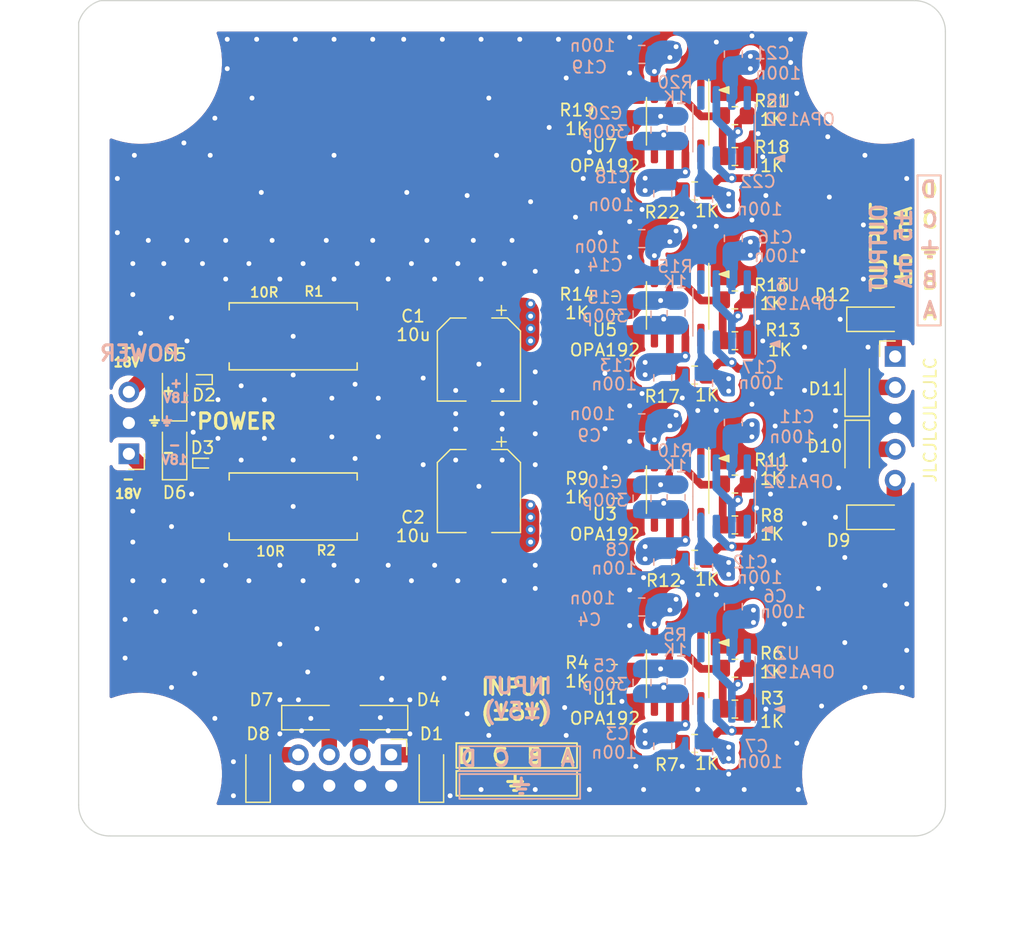
<source format=kicad_pcb>
(kicad_pcb (version 20211014) (generator pcbnew)
  (title_block (title "1 mA/V Quad VCCS") (date "2022-12-04") (rev "A") (company "MAGI"))
  (layers (0 "F.Cu" signal) (1 "In1.Cu" signal) (2 "In2.Cu" signal) (31 "B.Cu" signal) (34 "B.Paste" user) (35 "F.Paste" user) (36 "B.SilkS" user "B.Silkscreen") (37 "F.SilkS" user "F.Silkscreen") (38 "B.Mask" user) (39 "F.Mask" user) (44 "Edge.Cuts" user))
  (net 0 "")
  (net 1 "Net-(C5-Pad1)")
  (net 2 "GND")
  (net 3 "Net-(C5-Pad2)")
  (net 4 "+18V")
  (net 5 "-18V")
  (net 6 "Net-(C10-Pad1)")
  (net 7 "Net-(C10-Pad2)")
  (net 8 "Net-(C20-Pad1)")
  (net 9 "Net-(C20-Pad2)")
  (net 10 "Net-(C15-Pad1)")
  (net 11 "Net-(C15-Pad2)")
  (net 12 "Net-(R1-Pad2)")
  (net 13 "Net-(R2-Pad2)")
  (net 14 "IN_B")
  (net 15 "IN_A")
  (net 16 "IN_D")
  (net 17 "IN_C")
  (net 18 "OUT_B")
  (net 19 "OUT_A")
  (net 20 "OUT_D")
  (net 21 "OUT_C")
  (net 22 "Net-(R3-Pad2)")
  (net 23 "Net-(R6-Pad2)")
  (net 24 "Net-(R11-Pad1)")
  (net 25 "Net-(R11-Pad2)")
  (net 26 "Net-(R13-Pad2)")
  (net 27 "Net-(R16-Pad2)")
  (net 28 "Net-(R18-Pad2)")
  (net 29 "Net-(R21-Pad2)")
  (net 30 "Net-(D2-Pad2)")
  (net 31 "Net-(D3-Pad1)")
  (footprint "Package_SO:SOIC-8_3.9x4.9mm_P1.27mm" (layer "F.Cu") (at 178.689 55.626 -90)
    (fp_text reference "U7")
    (fp_text value "OPA192")
  )
  (footprint "Capacitor_SMD:CP_Elec_6.3x5.9" (layer "F.Cu") (at 162.382197 85.983999 -90)
    (fp_text reference "C2")
    (fp_text value "10u")
  )
  (footprint "MountingHole:MountingHole_3.2mm_M3_ISO7380" (layer "F.Cu") (at 134.62 109.22)
    (fp_text reference "H3" hide)
    (fp_text value "MountingHole")
  )
  (footprint "Resistor_SMD:R_0805_2012Metric_Pad1.20x1.40mm_HandSolder" (layer "F.Cu") (at 180.086 76.462466)
    (fp_text reference "R17")
    (fp_text value "1K")
  )
  (footprint "Resistor_SMD:R_0805_2012Metric_Pad1.20x1.40mm_HandSolder" (layer "F.Cu") (at 183.388 100.5332)
    (fp_text reference "R6")
    (fp_text value "1K")
  )
  (footprint "Diode_SMD:D_SOD-123" (layer "F.Cu") (at 194.818 88.138)
    (fp_text reference "D9")
    (fp_text value "TVS")
  )
  (footprint "Resistor_SMD:R_0805_2012Metric_Pad1.20x1.40mm_HandSolder" (layer "F.Cu") (at 173.5074 100.965)
    (fp_text reference "R4")
    (fp_text value "1K")
  )
  (footprint "Library:wirewound_inrush_fp" (layer "F.Cu") (at 147.142197 73.283999 180)
    (fp_text reference "R1")
    (fp_text value "10R")
  )
  (footprint "Diode_SMD:D_SOD-123" (layer "F.Cu") (at 148.453 104.586)
    (fp_text reference "D7")
    (fp_text value "TVS")
  )
  (footprint "Diode_SMD:D_SOD-123" (layer "F.Cu") (at 193.421 77.597 90)
    (fp_text reference "D11")
    (fp_text value "TVS")
  )
  (footprint "Resistor_SMD:R_0805_2012Metric_Pad1.20x1.40mm_HandSolder" (layer "F.Cu") (at 180.086 91.583932)
    (fp_text reference "R12")
    (fp_text value "1K")
  )
  (footprint "Resistor_SMD:R_0805_2012Metric_Pad1.20x1.40mm_HandSolder" (layer "F.Cu") (at 183.388 103.886 180)
    (fp_text reference "R3")
    (fp_text value "1K")
  )
  (footprint "Package_SO:SOIC-8_3.9x4.9mm_P1.27mm" (layer "F.Cu") (at 178.689 100.9904 -90)
    (fp_text reference "U1")
    (fp_text value "OPA192")
  )
  (footprint "Diode_SMD:D_SOD-923" (layer "F.Cu") (at 139.7 83.693)
    (fp_text reference "D3")
    (fp_text value "D_Schottky")
  )
  (footprint "Diode_SMD:D_SOD-123" (layer "F.Cu") (at 137.414 77.978 90)
    (fp_text reference "D5")
    (fp_text value "TVS")
  )
  (footprint "Resistor_SMD:R_0805_2012Metric_Pad1.20x1.40mm_HandSolder" (layer "F.Cu") (at 173.5074 85.843532)
    (fp_text reference "R9")
    (fp_text value "1K")
  )
  (footprint "Resistor_SMD:R_0805_2012Metric_Pad1.20x1.40mm_HandSolder" (layer "F.Cu") (at 180.086 106.7054)
    (fp_text reference "R7")
    (fp_text value "1K")
  )
  (footprint "Diode_SMD:D_SOD-123" (layer "F.Cu") (at 194.818 71.882)
    (fp_text reference "D12")
    (fp_text value "TVS")
  )
  (footprint "Resistor_SMD:R_0805_2012Metric_Pad1.20x1.40mm_HandSolder" (layer "F.Cu") (at 183.388 85.411732)
    (fp_text reference "R11")
    (fp_text value "1K")
  )
  (footprint "Resistor_SMD:R_0805_2012Metric_Pad1.20x1.40mm_HandSolder" (layer "F.Cu") (at 183.388 58.5216 180)
    (fp_text reference "R18")
    (fp_text value "1K")
  )
  (footprint "Package_SO:SOIC-8_3.9x4.9mm_P1.27mm" (layer "F.Cu") (at 178.689 70.747466 -90)
    (fp_text reference "U5")
    (fp_text value "OPA192")
  )
  (footprint "Resistor_SMD:R_0805_2012Metric_Pad1.20x1.40mm_HandSolder" (layer "F.Cu") (at 183.388 70.290266)
    (fp_text reference "R16")
    (fp_text value "1K")
  )
  (footprint "MountingHole:MountingHole_3.2mm_M3_ISO7380" (layer "F.Cu") (at 195.58 109.22)
    (fp_text reference "H2" hide)
    (fp_text value "MountingHole")
  )
  (footprint "Diode_SMD:D_SOD-123" (layer "F.Cu") (at 144.262 109.285 90)
    (fp_text reference "D8")
    (fp_text value "TVS")
  )
  (footprint "Resistor_SMD:R_0805_2012Metric_Pad1.20x1.40mm_HandSolder" (layer "F.Cu") (at 183.388 55.1688)
    (fp_text reference "R21")
    (fp_text value "1K")
  )
  (footprint "Package_SO:SOIC-8_3.9x4.9mm_P1.27mm" (layer "F.Cu") (at 178.689 85.868932 -90)
    (fp_text reference "U3")
    (fp_text value "OPA192")
  )
  (footprint "Resistor_SMD:R_0805_2012Metric_Pad1.20x1.40mm_HandSolder" (layer "F.Cu") (at 183.388 88.764532 180)
    (fp_text reference "R8")
    (fp_text value "1K")
  )
  (footprint "Capacitor_SMD:CP_Elec_6.3x5.9" (layer "F.Cu") (at 162.382197 75.188999 -90)
    (fp_text reference "C1")
    (fp_text value "10u")
  )
  (footprint "Diode_SMD:D_SOD-123" (layer "F.Cu") (at 158.486 109.285 90)
    (fp_text reference "D1")
    (fp_text value "TVS")
  )
  (footprint "Diode_SMD:D_SOD-123" (layer "F.Cu") (at 193.421 82.423 -90)
    (fp_text reference "D10")
    (fp_text value "TVS")
  )
  (footprint "Resistor_SMD:R_0805_2012Metric_Pad1.20x1.40mm_HandSolder" (layer "F.Cu") (at 180.086 61.341)
    (fp_text reference "R22")
    (fp_text value "1K")
  )
  (footprint "Diode_SMD:D_SOD-923" (layer "F.Cu") (at 139.7 76.835 180)
    (fp_text reference "D2")
    (fp_text value "D_Schottky")
  )
  (footprint "Connector_PinHeader_2.54mm:PinHeader_2x04_P2.54mm_Horizontal" (layer "F.Cu") (at 155.184 107.634 -90)
    (fp_text reference "J2" hide)
    (fp_text value "Conn_02x04_Odd_Even")
  )
  (footprint "Diode_SMD:D_SOD-123" (layer "F.Cu") (at 154.295 104.586 180)
    (fp_text reference "D4")
    (fp_text value "TVS")
  )
  (footprint "MountingHole:MountingHole_3.2mm_M3_ISO7380" (layer "F.Cu") (at 195.58 50.8)
    (fp_text reference "H1" hide)
    (fp_text value "MountingHole")
  )
  (footprint "Connector_PinHeader_2.54mm:PinHeader_1x03_P2.54mm_Horizontal" (layer "F.Cu") (at 133.661 82.931 180)
    (fp_text reference "J1" hide)
    (fp_text value "POWER")
  )
  (footprint "Diode_SMD:D_SOD-123" (layer "F.Cu") (at 137.414 82.804 90)
    (fp_text reference "D6")
    (fp_text value "TVS")
  )
  (footprint "Resistor_SMD:R_0805_2012Metric_Pad1.20x1.40mm_HandSolder" (layer "F.Cu") (at 183.388 73.643066 180)
    (fp_text reference "R13")
    (fp_text value "1K")
  )
  (footprint "Resistor_SMD:R_0805_2012Metric_Pad1.20x1.40mm_HandSolder" (layer "F.Cu") (at 173.5074 55.6006)
    (fp_text reference "R19")
    (fp_text value "1K")
  )
  (footprint "Connector_PinHeader_2.54mm:PinHeader_1x05_P2.54mm_Horizontal" (layer "F.Cu") (at 196.539 74.935)
    (fp_text reference "J3" hide)
    (fp_text value "OUTPUT" hide)
  )
  (footprint "Resistor_SMD:R_0805_2012Metric_Pad1.20x1.40mm_HandSolder" (layer "F.Cu") (at 173.5074 70.722066)
    (fp_text reference "R14")
    (fp_text value "1K")
  )
  (footprint "MountingHole:MountingHole_3.2mm_M3_ISO7380" (layer "F.Cu") (at 134.62 50.8)
    (fp_text reference "H4" hide)
    (fp_text value "MountingHole")
  )
  (footprint "Library:wirewound_inrush_fp" (layer "F.Cu") (at 147.142197 87.248999 180)
    (fp_text reference "R2")
    (fp_text value "10R")
  )
  (footprint "Resistor_SMD:R_0805_2012Metric_Pad1.20x1.40mm_HandSolder" (layer "B.Cu") (at 178.562 56.261 -90)
    (fp_text reference "R20")
    (fp_text value "1K")
  )
  (footprint "Capacitor_SMD:C_0805_2012Metric_Pad1.18x1.45mm_HandSolder" (layer "B.Cu") (at 175.7426 65.261066)
    (fp_text reference "C14")
    (fp_text value "100n")
  )
  (footprint "Capacitor_SMD:C_0805_2012Metric_Pad1.18x1.45mm_HandSolder" (layer "B.Cu") (at 175.768 86.580132 -90)
    (fp_text reference "C10")
    (fp_text value "300p")
  )
  (footprint "Capacitor_SMD:C_0805_2012Metric_Pad1.18x1.45mm_HandSolder" (layer "B.Cu") (at 175.7426 95.504)
    (fp_text reference "C4")
    (fp_text value "100n")
  )
  (footprint "Capacitor_SMD:C_0805_2012Metric_Pad1.18x1.45mm_HandSolder" (layer "B.Cu") (at 177.4698 76.691066 90)
    (fp_text reference "C13")
    (fp_text value "100n")
  )
  (footprint "Package_SO:SOIC-8_3.9x4.9mm_P1.27mm" (layer "B.Cu") (at 182.499 86.427732 90)
    (fp_text reference "U4")
    (fp_text value "OPA192")
  )
  (footprint "Capacitor_SMD:C_0805_2012Metric_Pad1.18x1.45mm_HandSolder" (layer "B.Cu") (at 183.261 95.4786 -90)
    (fp_text reference "C6")
    (fp_text value "100n")
  )
  (footprint "Capacitor_SMD:C_0805_2012Metric_Pad1.18x1.45mm_HandSolder" (layer "B.Cu") (at 177.4698 61.5696 90)
    (fp_text reference "C18")
    (fp_text value "100n")
  )
  (footprint "Resistor_SMD:R_0805_2012Metric_Pad1.20x1.40mm_HandSolder" (layer "B.Cu") (at 178.562 101.6254 -90)
    (fp_text reference "R5")
    (fp_text value "1K")
  )
  (footprint "Package_SO:SOIC-8_3.9x4.9mm_P1.27mm" (layer "B.Cu") (at 182.499 101.5492 90)
    (fp_text reference "U2")
    (fp_text value "OPA192")
  )
  (footprint "Capacitor_SMD:C_0805_2012Metric_Pad1.18x1.45mm_HandSolder" (layer "B.Cu") (at 175.7426 80.382532)
    (fp_text reference "C9")
    (fp_text value "100n")
  )
  (footprint "Package_SO:SOIC-8_3.9x4.9mm_P1.27mm" (layer "B.Cu") (at 182.499 56.1848 90)
    (fp_text reference "U8")
    (fp_text value "OPA192")
  )
  (footprint "Capacitor_SMD:C_0805_2012Metric_Pad1.18x1.45mm_HandSolder" (layer "B.Cu") (at 180.8226 62.0014 90)
    (fp_text reference "C22")
    (fp_text value "100n")
  )
  (footprint "Capacitor_SMD:C_0805_2012Metric_Pad1.18x1.45mm_HandSolder" (layer "B.Cu") (at 180.8226 77.122866 90)
    (fp_text reference "C17")
    (fp_text value "100n")
  )
  (footprint "Capacitor_SMD:C_0805_2012Metric_Pad1.18x1.45mm_HandSolder" (layer "B.Cu") (at 175.768 71.458666 -90)
    (fp_text reference "C15")
    (fp_text value "300p")
  )
  (footprint "Capacitor_SMD:C_0805_2012Metric_Pad1.18x1.45mm_HandSolder" (layer "B.Cu") (at 175.7426 50.1396)
    (fp_text reference "C19")
    (fp_text value "100n")
  )
  (footprint "Capacitor_SMD:C_0805_2012Metric_Pad1.18x1.45mm_HandSolder" (layer "B.Cu") (at 177.4698 91.812532 90)
    (fp_text reference "C8")
    (fp_text value "100n")
  )
  (footprint "Capacitor_SMD:C_0805_2012Metric_Pad1.18x1.45mm_HandSolder" (layer "B.Cu") (at 177.4698 106.934 90)
    (fp_text reference "C3")
    (fp_text value "100n")
  )
  (footprint "Capacitor_SMD:C_0805_2012Metric_Pad1.18x1.45mm_HandSolder" (layer "B.Cu") (at 183.261 50.1142 -90)
    (fp_text reference "C21")
    (fp_text value "100n")
  )
  (footprint "Resistor_SMD:R_0805_2012Metric_Pad1.20x1.40mm_HandSolder" (layer "B.Cu") (at 178.562 86.503932 -90)
    (fp_text reference "R10")
    (fp_text value "1K")
  )
  (footprint "Capacitor_SMD:C_0805_2012Metric_Pad1.18x1.45mm_HandSolder" (layer "B.Cu") (at 180.8226 92.244332 90)
    (fp_text reference "C12")
    (fp_text value "100n")
  )
  (footprint "Capacitor_SMD:C_0805_2012Metric_Pad1.18x1.45mm_HandSolder" (layer "B.Cu") (at 183.261 65.235666 -90)
    (fp_text reference "C16")
    (fp_text value "100n")
  )
  (footprint "Resistor_SMD:R_0805_2012Metric_Pad1.20x1.40mm_HandSolder" (layer "B.Cu") (at 178.562 71.382466 -90)
    (fp_text reference "R15")
    (fp_text value "1K")
  )
  (footprint "Package_SO:SOIC-8_3.9x4.9mm_P1.27mm" (layer "B.Cu") (at 182.499 71.306266 90)
    (fp_text reference "U6")
    (fp_text value "OPA192")
  )
  (footprint "Capacitor_SMD:C_0805_2012Metric_Pad1.18x1.45mm_HandSolder" (layer "B.Cu") (at 180.8226 107.3658 90)
    (fp_text reference "C7")
    (fp_text value "100n")
  )
  (footprint "Capacitor_SMD:C_0805_2012Metric_Pad1.18x1.45mm_HandSolder" (layer "B.Cu") (at 175.768 101.7016 -90)
    (fp_text reference "C5")
    (fp_text value "300p")
  )
  (footprint "Capacitor_SMD:C_0805_2012Metric_Pad1.18x1.45mm_HandSolder" (layer "B.Cu") (at 175.768 56.3372 -90)
    (fp_text reference "C20")
    (fp_text value "300p")
  )
  (footprint "Capacitor_SMD:C_0805_2012Metric_Pad1.18x1.45mm_HandSolder" (layer "B.Cu") (at 183.261 80.357132 -90)
    (fp_text reference "C11")
    (fp_text value "100n")
  )
  (gr_line (start 198.374 60.071) (end 200.279 60.071) (layer "B.SilkS") (width 0.15))
  (gr_rect (start 160.782 109.22) (end 170.688 111.252) (layer "B.SilkS") (width 0.15) (fill none))
  (gr_line (start 198.374 72.39) (end 198.374 60.071) (layer "B.SilkS") (width 0.15))
  (gr_poly (pts (xy 187.071 73.66) (xy 186.309 73.914) (xy 187.071 74.168)) (layer "B.SilkS") (width 0.15) (fill solid))
  (gr_rect (start 160.782 106.934) (end 170.688 108.966) (layer "B.SilkS") (width 0.15) (fill none))
  (gr_poly (pts (xy 187.452 103.632) (xy 186.69 103.886) (xy 187.452 104.14)) (layer "B.SilkS") (width 0.15) (fill solid))
  (gr_poly (pts (xy 187.452 58.42) (xy 186.69 58.674) (xy 187.452 58.928)) (layer "B.SilkS") (width 0.15) (fill solid))
  (gr_line (start 200.279 60.071) (end 200.279 72.263) (layer "B.SilkS") (width 0.15))
  (gr_poly (pts (xy 186.436 88.9) (xy 185.674 89.154) (xy 186.436 89.408)) (layer "B.SilkS") (width 0.15) (fill solid))
  (gr_line (start 200.279 72.39) (end 198.374 72.39) (layer "B.SilkS") (width 0.15))
  (gr_line (start 198.374 72.39) (end 198.374 60.071) (layer "F.SilkS") (width 0.15))
  (gr_line (start 200.279 60.198) (end 200.279 72.39) (layer "F.SilkS") (width 0.15))
  (gr_poly (pts (xy 182.88 98.679) (xy 182.118 98.425) (xy 182.88 98.171)) (layer "F.SilkS") (width 0.15) (fill solid))
  (gr_line (start 198.374 60.071) (end 200.279 60.071) (layer "F.SilkS") (width 0.15))
  (gr_poly (pts (xy 182.88 53.3146) (xy 182.118 53.0606) (xy 182.88 52.8066)) (layer "F.SilkS") (width 0.15) (fill solid))
  (gr_poly (pts (xy 182.88 83.557532) (xy 182.118 83.303532) (xy 182.88 83.049532)) (layer "F.SilkS") (width 0.15) (fill solid))
  (gr_rect (start 160.528 108.966) (end 170.434 110.998) (layer "F.SilkS") (width 0.15) (fill none))
  (gr_rect (start 160.528 106.68) (end 170.434 108.712) (layer "F.SilkS") (width 0.15) (fill none))
  (gr_poly (pts (xy 182.88 68.436066) (xy 182.118 68.182066) (xy 182.88 67.928066)) (layer "F.SilkS") (width 0.15) (fill solid))
  (gr_line (start 200.279 72.39) (end 198.374 72.39) (layer "F.SilkS") (width 0.15))
  (gr_line (start 132.08 114.3) (end 198.12 114.3) (layer "Edge.Cuts") (width 0.1))
  (gr_arc (start 198.12 45.72) (mid 199.916051 46.463949) (end 200.66 48.26) (layer "Edge.Cuts") (width 0.1))
  (gr_line (start 129.54 47.516051) (end 129.54 111.76) (layer "Edge.Cuts") (width 0.1))
  (gr_line (start 198.12 45.72) (end 131.336051 45.72) (layer "Edge.Cuts") (width 0.1))
  (gr_line (start 200.66 111.76) (end 200.66 48.26) (layer "Edge.Cuts") (width 0.1))
  (gr_arc (start 129.54 47.516051) (mid 130.208495 46.388495) (end 131.336051 45.72) (layer "Edge.Cuts") (width 0.1))
  (gr_arc (start 200.66 111.76) (mid 199.916051 113.556051) (end 198.12 114.3) (layer "Edge.Cuts") (width 0.1))
  (gr_arc (start 132.08 114.3) (mid 130.283949 113.556051) (end 129.54 111.76) (layer "Edge.Cuts") (width 0.1))
  (gr_text "1 mA/V Quad Bipolar VCCS\n" (at 153.543 55.626) (layer "F.Cu") (effects (font (size 0.762 0.762) (thickness 0.1905))))
  (gr_text "SN:" (at 147.574 61.468) (layer "F.Cu") (effects (font (size 1.27 1.27) (thickness 0.254))))
  (gr_text "REV A" (at 138.3284 61.341) (layer "F.Cu") (effects (font (size 1.5 1.5) (thickness 0.3))))
  (gr_text "MAGI 2022" (at 153.416 52.832) (layer "F.Cu") (effects (font (size 2.032 2.032) (thickness 0.381))))
  (gr_text "OUTPUT\n±5 mA" (at 196.215 66.04 90) (layer "B.SilkS") (effects (font (size 1.27 1.27) (thickness 0.254)) (justify mirror)))
  (gr_text "B" (at 199.39 68.6435) (layer "B.SilkS") (effects (font (size 1.27 1.27) (thickness 0.254)) (justify mirror)))
  (gr_text "POWER" (at 134.54894 74.676) (layer "B.SilkS") (effects (font (size 1.27 1.27) (thickness 0.254)) (justify mirror)))
  (gr_text "⏚" (at 136.779 80.264) (layer "B.SilkS") (effects (font (size 0.762 0.762) (thickness 0.1905)) (justify mirror)))
  (gr_text "⏚" (at 199.39 66.167) (layer "B.SilkS") (effects (font (size 1.27 1.27) (thickness 0.254)) (justify mirror)))
  (gr_text "A" (at 169.672 107.95) (layer "B.SilkS") (effects (font (size 1.27 1.27) (thickness 0.254)) (justify mirror)))
  (gr_text "C" (at 164.283571 107.95) (layer "B.SilkS") (effects (font (size 1.27 1.27) (thickness 0.254)) (justify mirror)))
  (gr_text "+\n18V" (at 137.541 77.724) (layer "B.SilkS") (effects (font (size 0.762 0.762) (thickness 0.1905)) (justify mirror)))
  (gr_text "A" (at 199.39 71.12) (layer "B.SilkS") (effects (font (size 1.27 1.27) (thickness 0.254)) (justify mirror)))
  (gr_text "D" (at 161.544 107.95) (layer "B.SilkS") (effects (font (size 1.27 1.27) (thickness 0.254)) (justify mirror)))
  (gr_text "D" (at 199.263 61.214) (layer "B.SilkS") (effects (font (size 1.27 1.27) (thickness 0.254)) (justify mirror)))
  (gr_text "INPUT\n(±5V)" (at 165.608 102.997) (layer "B.SilkS") (effects (font (size 1.27 1.27) (thickness 0.254)) (justify mirror)))
  (gr_text "⏚" (at 165.862 110.236) (layer "B.SilkS") (effects (font (size 1.27 1.27) (thickness 0.254)) (justify mirror)))
  (gr_text "C" (at 199.39 63.6905) (layer "B.SilkS") (effects (font (size 1.27 1.27) (thickness 0.254)) (justify mirror)))
  (gr_text "B" (at 167.023142 107.95) (layer "B.SilkS") (effects (font (size 1.27 1.27) (thickness 0.254)) (justify mirror)))
  (gr_text "-\n18V" (at 137.414 82.804) (layer "B.SilkS") (effects (font (size 0.762 0.762) (thickness 0.1905)) (justify mirror)))
  (gr_text "⏚" (at 135.763 80.264) (layer "F.SilkS") (effects (font (size 0.762 0.762) (thickness 0.1905))))
  (gr_text "D" (at 161.29 107.696) (layer "F.SilkS") (effects (font (size 1.27 1.27) (thickness 0.254))))
  (gr_text "⏚" (at 165.354 109.982) (layer "F.SilkS") (effects (font (size 1.27 1.27) (thickness 0.254))))
  (gr_text "C" (at 164.114238 107.696) (layer "F.SilkS") (effects (font (size 1.27 1.27) (thickness 0.254))))
  (gr_text "+\n18V" (at 133.477 74.803) (layer "F.SilkS") (effects (font (size 0.762 0.762) (thickness 0.1905))))
  (gr_text "B" (at 166.938476 107.696) (layer "F.SilkS") (effects (font (size 1.27 1.27) (thickness 0.254))))
  (gr_text "JLCJLCJLCJLC" (at 199.4154 80.137 90) (layer "F.SilkS") (effects (font (size 1 1))))
  (gr_text "INPUT\n(±5V)" (at 165.354 103.124) (layer "F.SilkS") (effects (font (size 1.27 1.27) (thickness 0.254))))
  (gr_text "⏚" (at 199.39 66.26225) (layer "F.SilkS") (effects (font (size 1.27 1.27) (thickness 0.254))))
  (gr_text "-" (at 136.906 82.804) (layer "F.SilkS") (effects (font (size 0.762 0.762) (thickness 0.1905))))
  (gr_text "B" (at 199.39 68.7705) (layer "F.SilkS") (effects (font (size 1.27 1.27) (thickness 0.254))))
  (gr_text "A" (at 199.39 71.27875) (layer "F.SilkS") (effects (font (size 1.27 1.27) (thickness 0.254))))
  (gr_text "D" (at 199.39 61.24575) (layer "F.SilkS") (effects (font (size 1.27 1.27) (thickness 0.254))))
  (gr_text "-\n18V" (at 133.604 85.598) (layer "F.SilkS") (effects (font (size 0.762 0.762) (thickness 0.1905))))
  (gr_text "OUTPUT\n±5 mA" (at 196.215 65.913 90) (layer "F.SilkS") (effects (font (size 1.27 1.27) (thickness 0.254))))
  (gr_text "+" (at 136.906 77.724) (layer "F.SilkS") (effects (font (size 0.762 0.762) (thickness 0.1905))))
  (gr_text "C" (at 199.39 63.754) (layer "F.SilkS") (effects (font (size 1.27 1.27) (thickness 0.254))))
  (gr_text "A" (at 169.672 107.696) (layer "F.SilkS") (effects (font (size 1.27 1.27) (thickness 0.254))))
  (via (at 177.292 100.584) (size 0.8) (drill 0.4) (layers "F.Cu" "B.Cu") (net 1))
  (via (at 156.21 48.895) (size 0.8) (drill 0.4) (layers "F.Cu" "B.Cu") (net 2))
  (via (at 136.525 93.345) (size 0.8) (drill 0.4) (layers "F.Cu" "B.Cu") (net 2))
  (via (at 194.056 58.42) (size 0.8) (drill 0.4) (layers "F.Cu" "B.Cu") (net 2))
  (via (at 189.103 88.646) (size 0.8) (drill 0.4) (layers "F.Cu" "B.Cu") (net 2))
  (via (at 132.715 60.325) (size 0.8) (drill 0.4) (layers "F.Cu" "B.Cu") (net 2))
  (via (at 162.56 48.895) (size 0.8) (drill 0.4) (layers "F.Cu" "B.Cu") (net 2))
  (via (at 134.112 58.42) (size 0.8) (drill 0.4) (layers "F.Cu" "B.Cu") (net 2))
  (via (at 164.465 93.345) (size 0.8) (drill 0.4) (layers "F.Cu" "B.Cu") (net 2))
  (via (at 179.07 63.2206) (size 0.8) (drill 0.4) (layers "F.Cu" "B.Cu") (net 2))
  (via (at 146.05 105.918) (size 0.8) (drill 0.4) (layers "F.Cu" "B.Cu") (net 2))
  (via (at 174.752 63.864066) (size 0.8) (drill 0.4) (layers "F.Cu" "B.Cu") (net 2))
  (via (at 147.955 67.31) (size 0.8) (drill 0.4) (layers "F.Cu" "B.Cu") (net 2))
  (via (at 192.405 91.44) (size 0.8) (drill 0.4) (layers "F.Cu" "B.Cu") (net 2))
  (via (at 150.495 68.58) (size 0.8) (drill 0.4) (layers "F.Cu" "B.Cu") (net 2))
  (via (at 167.005 67.945) (size 0.8) (drill 0.4) (layers "F.Cu" "B.Cu") (net 2))
  (via (at 156.464 61.468) (size 0.8) (drill 0.4) (layers "F.Cu" "B.Cu") (net 2))
  (via (at 186.436 77.978) (size 0.8) (drill 0.4) (layers "F.Cu" "B.Cu") (net 2))
  (via (at 179.07 108.585) (size 0.8) (drill 0.4) (layers "F.Cu" "B.Cu") (net 2))
  (via (at 167.005 81.28) (size 0.8) (drill 0.4) (layers "F.Cu" "B.Cu") (net 2))
  (via (at 169.418 103.759) (size 0.8) (drill 0.4) (layers "F.Cu" "B.Cu") (net 2))
  (via (at 161.925 65.405) (size 0.8) (drill 0.4) (layers "F.Cu" "B.Cu") (net 2))
  (via (at 167.005 83.82) (size 0.8) (drill 0.4) (layers "F.Cu" "B.Cu") (net 2))
  (via (at 185.674 58.547) (size 0.8) (drill 0.4) (layers "F.Cu" "B.Cu") (net 2))
  (via (at 184.15 110.49) (size 0.8) (drill 0.4) (layers "F.Cu" "B.Cu") (net 2))
  (via (at 172.734004 84.074) (size 0.8) (drill 0.4) (layers "F.Cu" "B.Cu") (net 2))
  (via (at 159.385 48.895) (size 0.8) (drill 0.4) (layers "F.Cu" "B.Cu") (net 2))
  (via (at 156.845 67.31) (size 0.8) (drill 0.4) (layers "F.Cu" "B.Cu") (net 2))
  (via (at 154.432 101.346) (size 0.8) (drill 0.4) (layers "F.Cu" "B.Cu") (net 2))
  (via (at 135.255 65.405) (size 0.8) (drill 0.4) (layers "F.Cu" "B.Cu") (net 2))
  (via (at 160.477197 83.438999) (size 0.8) (drill 0.4) (layers "F.Cu" "B.Cu") (net 2))
  (via (at 193.929 64.135) (size 0.8) (drill 0.4) (layers "F.Cu" "B.Cu") (net 2))
  (via (at 191.643 88.138) (size 0.8) (drill 0.4) (layers "F.Cu" "B.Cu") (net 2))
  (via (at 181.864 94.488) (size 0.8) (drill 0.4) (layers "F.Cu" "B.Cu") (net 2))
  (via (at 141.732 48.895) (size 0.8) (drill 0.4) (layers "F.Cu" "B.Cu") (net 2))
  (via (at 164.287197 80.898999) (size 0.8) (drill 0.4) (layers "F.Cu" "B.Cu") (net 2))
  (via (at 150.317197 78.358999) (size 0.8) (drill 0.4) (layers "F.Cu" "B.Cu") (net 2))
  (via (at 160.02 110.998) (size 0.8) (drill 0.4) (layers "F.Cu" "B.Cu") (net 2))
  (via (at 141.605 92.075) (size 0.8) (drill 0.4) (layers "F.Cu" "B.Cu") (net 2))
  (via (at 147.142197 76.453999) (size 0.8) (drill 0.4) (layers "F.Cu" "B.Cu") (net 2))
  (via (at 188.468 53.34) (size 0.8) (drill 0.4) (layers "F.Cu" "B.Cu") (net 2))
  (via (at 194.056 102.108) (size 0.8) (drill 0.4) (layers "F.Cu" "B.Cu") (net 2))
  (via (at 143.51 93.345) (size 0.8) (drill 0.4) (layers "F.Cu" "B.Cu") (net 2))
  (via (at 180.34 110.49) (size 0.8) (drill 0.4) (layers "F.Cu" "B.Cu") (net 2))
  (via (at 184.785 78.858532) (size 0.8) (drill 0.4) (layers "F.Cu" "B.Cu") (net 2))
  (via (at 194.31 74.168) (size 0.8) (drill 0.4) (layers "F.Cu" "B.Cu") (net 2))
  (via (at 191.135 61.849) (size 0.8) (drill 0.4) (layers "F.Cu" "B.Cu") (net 2))
  (via (at 170.307 63.5) (size 0.8) (drill 0.4) (layers "F.Cu" "B.Cu") (net 2))
  (via (at 154.94 105.664) (size 0.8) (drill 0.4) (layers "F.Cu" "B.Cu") (net 2))
  (via (at 185.928 61.722) (size 0.8) (drill 0.4) (layers "F.Cu" "B.Cu") (net 2))
  (via (at 154.295 104.586) (size 0.8) (drill 0.4) (layers "F.Cu" "B.Cu") (net 2))
  (via (at 157.810197 76.707999) (size 0.8) (drill 0.4) (layers "F.Cu" "B.Cu") (net 2))
  (via (at 174.752 51.6636) (size 0.8) (drill 0.4) (layers "F.Cu" "B.Cu") (net 2))
  (via (at 147.574 103.124) (size 0.8) (drill 0.4) (layers "F.Cu" "B.Cu") (net 2))
  (via (at 169.545 106.045) (size 0.8) (drill 0.4) (layers "F.Cu" "B.Cu") (net 2))
  (via (at 191.643 80.645) (size 0.8) (drill 0.4) (layers "F.Cu" "B.Cu") (net 2))
  (via (at 133.985 93.345) (size 0.8) (drill 0.4) (layers "F.Cu" "B.Cu") (net 2))
  (via (at 147.142197 87.248999) (size 0.8) (drill 0.4) (layers "F.Cu" "B.Cu") (net 2))
  (via (at 162.382197 85.597999) (size 0.8) (drill 0.4) (layers "F.Cu" "B.Cu") (net 2))
  (via (at 147.142197 83.438999) (size 0.8) (drill 0.4) (layers "F.Cu" "B.Cu") (net 2))
  (via (at 133.35 96.52) (size 0.8) (drill 0.4) (layers "F.Cu" "B.Cu") (net 2))
  (via (at 187.452 96.901) (size 0.8) (drill 0.4) (layers "F.Cu" "B.Cu") (net 2))
  (via (at 162.382197 75.564999) (size 0.8) (drill 0.4) (layers "F.Cu" "B.Cu") (net 2))
  (via (at 152.222197 77.215999) (size 0.8) (drill 0.4) (layers "F.Cu" "B.Cu") (net 2))
  (via (at 185.674 73.66) (size 0.8) (drill 0.4) (layers "F.Cu" "B.Cu") (net 2))
  (via (at 180.086 64.262) (size 0.8) (drill 0.4) (layers "F.Cu" "B.Cu") (net 2))
  (via (at 132.715 64.77) (size 0.8) (drill 0.4) (layers "F.Cu" "B.Cu") (net 2))
  (via (at 193.929 68.58) (size 0.8) (drill 0.4) (layers "F.Cu" "B.Cu") (net 2))
  (via (at 137.16 88.9) (size 0.8) (drill 0.4) (layers "F.Cu" "B.Cu") (net 2))
  (via (at 152.222197 83.311999) (size 0.8) (drill 0.4) (layers "F.Cu" "B.Cu") (net 2))
  (via (at 144.526 61.468) (size 0.8) (drill 0.4) (layers "F.Cu" "B.Cu") (net 2))
  (via (at 171.45 58.166) (size 0.8) (drill 0.4) (layers "F.Cu" "B.Cu") (net 2))
  (via (at 164.287197 83.438999) (size 0.8) (drill 0.4) (layers "F.Cu" "B.Cu") (net 2))
  (via (at 190.246 93.98) (size 0.8) (drill 0.4) (layers "F.Cu" "B.Cu") (net 2))
  (via (at 186.563 91.694) (size 0.8) (drill 0.4) (layers "F.Cu" "B.Cu") (net 2))
  (via (at 146.05 103.124) (size 0.8) (drill 0.4) (layers "F.Cu" "B.Cu") (net 2))
  (via (at 174.752 48.7426) (size 0.8) (drill 0.4) (layers "F.Cu" "B.Cu") (net 2))
  (via (at 174.752 94.107) (size 0.8) (drill 0.4) (layers "F.Cu" "B.Cu") (net 2))
  (via (at 152.4 67.31) (size 0.8) (drill 0.4) (layers "F.Cu" "B.Cu") (net 2))
  (via (at 165.735 48.895) (size 0.8) (drill 0.4) (layers "F.Cu" "B.Cu") (net 2))
  (via (at 156.718 105.918) (size 0.8) (drill 0.4) (layers "F.Cu" "B.Cu") (net 2))
  (via (at 179.07 78.342066) (size 0.8) (drill 0.4) (layers "F.Cu" "B.Cu") (net 2))
  (via (at 137.16 71.755) (size 0.8) (drill 0.4) (layers "F.Cu" "B.Cu") (net 2))
  (via (at 172.339 64.77) (size 0.8) (drill 0.4) (layers "F.Cu" "B.Cu") (net 2))
  (via (at 172.72 76.327) (size 0.8) (drill 0.4) (layers "F.Cu" "B.Cu") (net 2))
  (via (at 137.16 102.108) (size 0.8) (drill 0.4) (layers "F.Cu" "B.Cu") (net 2))
  (via (at 139.7 67.31) (size 0.8) (drill 0.4) (layers "F.Cu" "B.Cu") (net 2))
  (via (at 188.595 110.49) (size 0.8) (drill 0.4) (layers "F.Cu" "B.Cu") (net 2))
  (via (at 181.864 64.245066) (size 0.8) (drill 0.4) (layers "F.Cu" "B.Cu") (net 2))
  (via (at 167.005 76.2) (size 0.8) (drill 0.4) (layers "F.Cu" "B.Cu") (net 2))
  (via (at 147.142197 73.278999) (size 0.8) (drill 0.4) (layers "F.Cu" "B.Cu") (net 2))
  (via (at 163.195 106.045) (size 0.8) (drill 0.4) (layers "F.Cu" "B.Cu") (net 2))
  (via (at 142.875 77.343) (size 0.8) (drill 0.4) (layers "F.Cu" "B.Cu") (net 2))
  (via (at 179.07 93.463532) (size 0.8) (drill 0.4) (layers "F.Cu" "B.Cu") (net 2))
  (via (at 154.127197 81.533999) (size 0.8) (drill 0.4) (layers "F.Cu" "B.Cu") (net 2))
  (via (at 162.56 110.49) (size 0.8) (drill 0.4) (layers "F.Cu" "B.Cu") (net 2))
  (via (at 180.34 94.488) (size 0.8) (drill 0.4) (layers "F.Cu" "B.Cu") (net 2))
  (via (at 186.309 86.233) (size 0.8) (drill 0.4) (layers "F.Cu" "B.Cu") (net 2))
  (via (at 140.97 81.661) (size 0.8) (drill 0.4) (layers "F.Cu" "B.Cu") (net 2))
  (via (at 152.4 93.345) (size 0.8) (drill 0.4) (layers "F.Cu" "B.Cu") (net 2))
  (via (at 174.752 66.785066) (size 0.8) (drill 0.4) (layers "F.Cu" "B.Cu") (net 2))
  (via (at 166.624 62.23) (size 0.8) (drill 0.4) (layers "F.Cu" "B.Cu") (net 2))
  (via (at 159.512 101.346) (size 0.8) (drill 0.4) (layers "F.Cu" "B.Cu") (net 2))
  (via (at 172.734004 80.867826) (size 0.8) (drill 0.4) (layers "F.Cu" "B.Cu") (net 2))
  (via (at 146.05 92.075) (size 0.8) (drill 0.4) (layers "F.Cu" "B.Cu") (net 2))
  (via (at 187.96 50.8) (size 0.8) (drill 0.4) (layers "F.Cu" "B.Cu") (net 2))
  (via (at 189.103 83.439) (size 0.8) (drill 0.4) (layers "F.Cu" "B.Cu") (net 2))
  (via (at 133.35 99.695) (size 0.8) (drill 0.4) (layers "F.Cu" "B.Cu") (net 2))
  (via (at 160.477197 80.898999) (size 0.8) (drill 0.4) (layers "F.Cu" "B.Cu") (net 2))
  (via (at 167.005 78.74) (size 0.8) (drill 0.4) (layers "F.Cu" "B.Cu") (net 2))
  (via (at 143.764 53.721) (size 0.8) (drill 0.4) (layers "F.Cu" "B.Cu") (net 2))
  (via (at 168.91 48.895) (size 0.8) (drill 0.4) (layers "F.Cu" "B.Cu") (net 2))
  (via (at 182.88 109.22) (size 0.8) (drill 0.4) (layers "F.Cu" "B.Cu") (net 2))
  (via (at 147.828 105.664) (size 0.8) (drill 0.4) (layers "F.Cu" "B.Cu") (net 2))
  (via (at 144.78 78.486) (size 0.8) (drill 0.4) (layers "F.Cu" "B.Cu") (net 2))
  (via (at 135.89 95.885) (size 0.8) (drill 0.4) (layers "F.Cu" "B.Cu") (net 2))
  (via (at 136.525 67.31) (size 0.8) (drill 0.4) (layers "F.Cu" "B.Cu") (net 2))
  (via (at 184.785 93.98) (size 0.8) (drill 0.4) (layers "F.Cu" "B.Cu") (net 2))
  (via (at 162.56 68.58) (size 0.8) (drill 0.4) (layers "F.Cu" "B.Cu") (net 2))
  (via (at 138.938 81.153) (size 0.8) (drill 0.4) (layers "F.Cu" "B.Cu") (net 2))
  (via (at 192.405 98.425) (size 0.8) (drill 0.4) (layers "F.Cu" "B.Cu") (net 2))
  (via (at 195.707 93.726) (size 0.8) (drill 0.4) (layers "F.Cu" "B.Cu") (net 2))
  (via (at 144.145 48.895) (size 0.8) (drill 0.4) (layers "F.Cu" "B.Cu") (net 2))
  (via (at 164.465 67.31) (size 0.8) (drill 0.4) (layers "F.Cu" "B.Cu") (net 2))
  (via (at 141.732 51.308) (size 0.8) (drill 0.4) (layers "F.Cu" "B.Cu") (net 2))
  (via (at 138.43 73.66) (size 0.8) (drill 0.4) (layers "F.Cu" "B.Cu") (net 2))
  (via (at 150.495 58.42) (size 0.8) (drill 0.4) (layers "F.Cu" "B.Cu") (net 2))
  (via (at 146.05 68.58) (size 0.8) (drill 0.4) (layers "F.Cu" "B.Cu") (net 2))
  (via (at 150.495 48.895) (size 0.8) (drill 0.4) (layers "F.Cu" "B.Cu") (net 2))
  (via (at 158.115 65.405) (size 0.8) (drill 0.4) (layers "F.Cu" "B.Cu") (net 2))
  (via (at 188.976 66.294) (size 0.8) (drill 0.4) (layers "F.Cu" "B.Cu") (net 2))
  (via (at 165.1 65.405) (size 0.8) (drill 0.4) (layers "F.Cu" "B.Cu") (net 2))
  (via (at 160.477197 77.723999) (size 0.8) (drill 0.4) (layers "F.Cu" "B.Cu") (net 2))
  (via (at 185.293 72.136) (size 0.8) (drill 0.4) (layers "F.Cu" "B.Cu") (net 2))
  (via (at 140.716 55.372) (size 0.8) (drill 0.4) (layers "F.Cu" "B.Cu") (net 2))
  (via (at 150.317197 81.533999) (size 0.8) (drill 0.4) (layers "F.Cu" "B.Cu") (net 2))
  (via (at 158.75 68.58) (size 0.8) (drill 0.4) (layers "F.Cu" "B.Cu") (net 2))
  (via (at 190.5 103.632) (size 0.8) (drill 0.4) (layers "F.Cu" "B.Cu") (net 2))
  (via (at 148.59 104.648) (size 0.8) (drill 0.4) (layers "F.Cu" "B.Cu") (net 2))
  (via (at 197.485 99.06) (size 0.8) (drill 0.4) (layers "F.Cu" "B.Cu") (net 2))
  (via (at 139.065 95.885) (size 0.8) (drill 0.4) (layers "F.Cu" "B.Cu") (net 2))
  (via (at 138.43 65.405) (size 0.8) (drill 0.4) (layers "F.Cu" "B.Cu") (net 2))
  (via (at 154.94 68.58) (size 0.8) (drill 0.4) (layers "F.Cu" "B.Cu") (net 2))
  (via (at 161.417 104.267) (size 0.8) (drill 0.4) (layers "F.Cu" "B.Cu") (net 2))
  (via (at 167.005 93.98) (size 0.8) (drill 0.4) (layers "F.Cu" "B.Cu") (net 2))
  (via (at 191.643 79.375) (size 0.8) (drill 0.4) (layers "F.Cu" "B.Cu") (net 2))
  (via (at 174.752 78.985532) (size 0.8) (drill 0.4) (layers "F.Cu" "B.Cu") (net 2))
  (via (at 185.928 103.886) (size 0.8) (drill 0.4) (layers "F.Cu" "B.Cu") (net 2))
  (via (at 139.065 100.965) (size 0.8) (drill 0.4) (layers "F.Cu" "B.Cu") (net 2))
  (via (at 164.287197 79.628999) (size 0.8) (drill 0.4) (layers "F.Cu" "B.Cu") (net 2))
  (via (at 163.195 53.721) (size 0.8) (drill 0.4) (layers "F.Cu" "B.Cu") (net 2))
  (via (at 153.67 48.895) (size 0.8) (drill 0.4) (layers "F.Cu" "B.Cu") (net 2))
  (via (at 185.293 56.642) (size 0.8) (drill 0.4) (layers "F.Cu" "B.Cu") (net 2))
  (via (at 163.83 58.42) (size 0.8) (drill 0.4) (layers "F.Cu" "B.Cu") (net 2))
  (via (at 139.7 93.345) (size 0.8) (drill 0.4) (layers "F.Cu" "B.Cu") (net 2))
  (via (at 154.94 92.075) (size 0.8) (drill 0.4) (layers "F.Cu" "B.Cu") (net 2))
  (via (at 153.67 65.405) (size 0.8) (drill 0.4) (layers "F.Cu" "B.Cu") (net 2))
  (via (at 181.864 79.366532) (size 0.8) (drill 0.4) (layers "F.Cu" "B.Cu") (net 2))
  (via (at 133.985 90.17) (size 0.8) (drill 0.4) (layers "F.Cu" "B.Cu") (net 2))
  (via (at 157.810197 83.819999) (size 0.8) (drill 0.4) (layers "F.Cu" "B.Cu") (net 2))
  (via (at 171.45 110.49) (size 0.8) (drill 0.4) (layers "F.Cu" "B.Cu") (net 2))
  (via (at 160.477197 79.628999) (size 0.8) (drill 0.4) (layers "F.Cu" "B.Cu") (net 2))
  (via (at 160.655 67.31) (size 0.8) (drill 0.4) (layers "F.Cu" "B.Cu") (net 2))
  (via (at 150.495 92.075) (size 0.8) (drill 0.4) (layers "F.Cu" "B.Cu") (net 2))
  (via (at 160.655 93.345) (size 0.8) (drill 0.4) (layers "F.Cu" "B.Cu") (net 2))
  (via (at 155.194 103.124) (size 0.8) (drill 0.4) (layers "F.Cu" "B.Cu") (net 2))
  (via (at 141.605 68.58) (size 0.8) (drill 0.4) (layers "F.Cu" "B.Cu") (net 2))
  (via (at 197.485 60.325) (size 0.8) (drill 0.4) (layers "F.Cu" "B.Cu") (net 2))
  (via (at 187.96 48.895) (size 0.8) (drill 0.4) (layers "F.Cu" "B.Cu") (net 2))
  (via (at 186.69 80.645) (size 0.8) (drill 0.4) (layers "F.Cu" "B.Cu") (net 2))
  (via (at 167.005 110.49) (size 0.8) (drill 0.4) (layers "F.Cu" "B.Cu") (net 2))
  (via (at 184.785 48.6156) (size 0.8) (drill 0.4) (layers "F.Cu" "B.Cu") (net 2))
  (via (at 134.62 73.025) (size 0.8) (drill 0.4) (layers "F.Cu" "B.Cu") (net 2))
  (via (at 144.78 81.661) (size 0.8) (drill 0.4) (layers "F.Cu" "B.Cu") (net 2))
  (via (at 175.895 93.091) (size 0.8) (drill 0.4) (layers "F.Cu" "B.Cu") (net 2))
  (via (at 197.485 95.25) (size 0.8) (drill 0.4) (layers "F.Cu" "B.Cu") (net 2))
  (via (at 142.24 110.998) (size 0.8) (drill 0.4) (layers "F.Cu" "B.Cu") (net 2))
  (via (at 189.103 74.168) (size 0.8) (drill 0.4) (layers "F.Cu" "B.Cu") (net 2))
  (via (at 188.468 106.68) (size 0.8) (drill 0.4) (layers "F.Cu" "B.Cu") (net 2))
  (via (at 154.127197 78.358999) (size 0.8) (drill 0.4) (layers "F.Cu" "B.Cu") (net 2))
  (via (at 140.716 104.648) (size 0.8) (drill 0.4) (layers "F.Cu" "B.Cu") (net 2))
  (via (at 147.32 48.895) (size 0.8) (drill 0.4) (layers "F.Cu" "B.Cu") (net 2))
  (via (at 170.434 67.945) (size 0.8) (drill 0.4) (layers "F.Cu" "B.Cu") (net 2))
  (via (at 174.752 81.906532) (size 0.8) (drill 0.4) (layers "F.Cu" "B.Cu") (net 2))
  (via (at 147.955 93.345) (size 0.8) (drill 0.4) (layers "F.Cu" "B.Cu") (net 2))
  (via (at 175.895 110.49) (size 0.8) (drill 0.4) (layers "F.Cu" "B.Cu") (net 2))
  (via (at 148.336 100.838) (size 0.8) (drill 0.4) (layers "F.Cu" "B.Cu") (net 2))
  (via (at 142.875 83.439) (size 0.8) (drill 0.4) (layers "F.Cu" "B.Cu") (net 2))
  (via (at 174.117 103.251) (size 0.8) (drill 0.4) (layers "F.Cu" "B.Cu") (net 2))
  (via (at 138.176 57.404) (size 0.8) (drill 0.4) (layers "F.Cu" "B.Cu") (net 2))
  (via (at 189.103 77.724) (size 0.8) (drill 0.4) (layers "F.Cu" "B.Cu") (net 2))
  (via (at 142.24 108.204) (size 0.8) (drill 0.4) (layers "F.Cu" "B.Cu") (net 2))
  (via (at 161.417 61.722) (size 0.8) (drill 0.4) (layers "F.Cu" "B.Cu") (net 2))
  (via (at 164.287197 77.723999) (size 0.8) (drill 0.4) (layers "F.Cu" "B.Cu") (net 2))
  (via (at 138.811 86.233) (size 0.8) (drill 0.4) (layers "F.Cu" "B.Cu") (net 2))
  (via (at 180.34 79.375) (size 0.8) (drill 0.4) (layers "F.Cu" "B.Cu") (net 2))
  (via (at 170.942 60.325) (size 0.8) (drill 0.4) (layers "F.Cu" "B.Cu") (net 2))
  (via (at 185.166 87.376) (size 0.8) (drill 0.4) (layers "F.Cu" "B.Cu") (net 2))
  (via (at 145.415 65.405) (size 0.8) (drill 0.4) (layers "F.Cu" "B.Cu") (net 2))
  (via (at 175.768 77.978) (size 0.8) (drill 0.4) (layers "F.Cu" "B.Cu") (net 2))
  (via (at 175.26 108.585) (size 0.8) (drill 0.4) (layers "F.Cu" "B.Cu") (net 2))
  (via (at 181.864 49.1236) (size 0.8) (drill 0.4) (layers "F.Cu" "B.Cu") (net 2))
  (via (at 143.51 67.31) (size 0.8) (drill 0.4) (layers "F.Cu" "B.Cu") (net 2))
  (via (at 133.985 87.63) (size 0.8) (drill 0.4) (layers "F.Cu" "B.Cu") (net 2))
  (via (at 140.335 58.42) (size 0.8) (drill 0.4) (layers "F.Cu" "B.Cu") (net 2))
  (via (at 133.985 69.85) (size 0.8) (drill 0.4) (layers "F.Cu" "B.Cu") (net 2))
  (via (at 138.938 79.629) (size 0.8) (drill 0.4) (layers "F.Cu" "B.Cu") (net 2))
  (via (at 191.897 85.725) (size 0.8) (drill 0.4) (layers "F.Cu" "B.Cu") (net 2))
  (via (at 192.024 71.882) (size 0.8) (drill 0.4) (layers "F.Cu" "B.Cu") (net 2))
  (via (at 169.545 52.07) (size 0.8) (drill 0.4) (layers "F.Cu" "B.Cu") (net 2))
  (via (at 191.008 56.896) (size 0.8) (drill 0.4) (layers "F.Cu" "B.Cu") (net 2))
  (via (at 149.098 97.282) (size 0.8) (drill 0.4) (layers "F.Cu" "B.Cu") (net 2))
  (via (at 174.244 61.341) (size 0.8) (drill 0.4) (layers "F.Cu" "B.Cu") (net 2))
  (via (at 184.785 63.737066) (size 0.8) (drill 0.4) (layers "F.Cu" "B.Cu") (net 2))
  (via (at 156.845 93.345) (size 0.8) (drill 0.4) (layers "F.Cu" "B.Cu") (net 2))
  (via (at 167.005 92.075) (size 0.8) (drill 0.4) (layers "F.Cu" "B.Cu") (net 2))
  (via (at 168.148 56.134) (size 0.8) (drill 0.4) (layers "F.Cu" "B.Cu") (net 2))
  (via (at 149.86 65.405) (size 0.8) (drill 0.4) (layers "F.Cu" "B.Cu") (net 2))
  (via (at 174.752 97.028) (size 0.8) (drill 0.4) (layers "F.Cu" "B.Cu") (net 2))
  (via (at 146.05 98.552) (size 0.8) (drill 0.4) (layers "F.Cu" "B.Cu") (net 2))
  (via (at 140.97 78.486) (size 0.8) (drill 0.4) (layers "F.Cu" "B.Cu") (net 2))
  (via (at 156.718 103.124) (size 0.8) (drill 0.4) (layers "F.Cu" "B.Cu") (net 2))
  (via (at 158.75 92.075) (size 0.8) (drill 0.4) (layers "F.Cu" "B.Cu") (net 2))
  (via (at 133.985 67.31) (size 0.8) (drill 0.4) (layers "F.Cu" "B.Cu") (net 2))
  (via (at 197.104 102.108) (size 0.8) (drill 0.4) (layers "F.Cu" "B.Cu") (net 2))
  (via (at 175.768 62.865) (size 0.8) (drill 0.4) (layers "F.Cu" "B.Cu") (net 2))
  (via (at 141.605 65.405) (size 0.8) (drill 0.4) (layers "F.Cu" "B.Cu") (net 2))
  (segment (start 178.055 105.775) (end 178.96 106.68) (width 0.635) (layer "F.Cu") (net 3))
  (segment (start 177.546 102.108) (end 178.054 102.616) (width 0.635) (layer "F.Cu") (net 3))
  (segment (start 178.054 102.616) (end 178.054 103.4654) (width 0.635) (layer "F.Cu") (net 3))
  (segment (start 178.055 103.59) (end 178.055 105.775) (width 0.635) (layer "F.Cu") (net 3))
  (via (at 177.546 102.108) (size 0.8) (drill 0.4) (layers "F.Cu" "B.Cu") (net 3))
  (segment (start 179.325 59.7906) (end 179.324 59.7916) (width 0.635) (layer "F.Cu") (net 4))
  (segment (start 179.325 88.468532) (end 179.325 90.033532) (width 0.635) (layer "F.Cu") (net 4))
  (segment (start 179.325 74.912066) (end 179.324 74.913066) (width 0.635) (layer "F.Cu") (net 4))
  (segment (start 179.325 105.155) (end 179.324 105.156) (width 0.635) (layer "F.Cu") (net 4))
  (segment (start 179.325 73.347066) (end 179.325 74.912066) (width 0.635) (layer "F.Cu") (net 4))
  (segment (start 179.325 58.2256) (end 179.325 59.7906) (width 0.635) (layer "F.Cu") (net 4))
  (segment (start 179.325 103.59) (end 179.325 105.155) (width 0.635) (layer "F.Cu") (net 4))
  (segment (start 179.325 90.033532) (end 179.324 90.034532) (width 0.635) (layer "F.Cu") (net 4))
  (via (at 176.022 90.542532) (size 0.8) (drill 0.4) (layers "F.Cu" "B.Cu") (net 4))
  (via (at 184.785 81.534) (size 0.8) (drill 0.4) (layers "F.Cu" "B.Cu") (net 4))
  (via (at 179.324 74.913066) (size 0.8) (drill 0.4) (layers "F.Cu" "B.Cu") (net 4))
  (via (at 179.324 59.7916) (size 0.8) (drill 0.4) (layers "F.Cu" "B.Cu") (net 4))
  (via (at 184.658 50.292) (size 0.8) (drill 0.4) (layers "F.Cu" "B.Cu") (net 4))
  (via (at 184.912 95.758) (size 0.8) (drill 0.4) (layers "F.Cu" "B.Cu") (net 4))
  (via (at 179.324 105.156) (size 0.8) (drill 0.4) (layers "F.Cu" "B.Cu") (net 4))
  (via (at 176.022 106.68) (size 0.8) (drill 0.4) (layers "F.Cu" "B.Cu") (net 4))
  (via (at 166.624 71.627999) (size 0.8) (drill 0.4) (layers "F.Cu" "B.Cu") (net 4))
  (via (at 184.785 80.518) (size 0.8) (drill 0.4) (layers "F.Cu" "B.Cu") (net 4))
  (via (at 176.022 105.664) (size 0.8) (drill 0.4) (layers "F.Cu" "B.Cu") (net 4))
  (via (at 166.624 70.611999) (size 0.8) (drill 0.4) (layers "F.Cu" "B.Cu") (net 4))
  (via (at 166.624 73.659999) (size 0.8) (drill 0.4) (layers "F.Cu" "B.Cu") (net 4))
  (via (at 184.658 51.308) (size 0.8) (drill 0.4) (layers "F.Cu" "B.Cu") (net 4))
  (via (at 176.022 76.437066) (size 0.8) (drill 0.4) (layers "F.Cu" "B.Cu") (net 4))
  (via (at 176.022 75.421066) (size 0.8) (drill 0.4) (layers "F.Cu" "B.Cu") (net 4))
  (via (at 184.658 66.6242) (size 0.8) (drill 0.4) (layers "F.Cu" "B.Cu") (net 4))
  (via (at 176.022 91.558532) (size 0.8) (drill 0.4) (layers "F.Cu" "B.Cu") (net 4))
  (via (at 184.658 65.532) (size 0.8) (drill 0.4) (layers "F.Cu" "B.Cu") (net 4))
  (via (at 176.022 60.2996) (size 0.8) (drill 0.4) (layers "F.Cu" "B.Cu") (net 4))
  (via (at 166.624 72.643999) (size 0.8) (drill 0.4) (layers "F.Cu" "B.Cu") (net 4))
  (via (at 179.324 90.034532) (size 0.8) (drill 0.4) (layers "F.Cu" "B.Cu") (net 4))
  (via (at 176.022 61.3156) (size 0.8) (drill 0.4) (layers "F.Cu" "B.Cu") (net 4))
  (via (at 184.912 96.774) (size 0.8) (drill 0.4) (layers "F.Cu" "B.Cu") (net 4))
  (segment (start 176.784 98.5154) (end 176.784 96.901) (width 0.635) (layer "F.Cu") (net 5))
  (segment (start 176.784 83.393932) (end 176.784 81.779532) (width 0.635) (layer "F.Cu") (net 5))
  (segment (start 176.784 68.272466) (end 176.784 66.658066) (width 0.635) (layer "F.Cu") (net 5))
  (segment (start 176.784 53.151) (end 176.784 51.5366) (width 0.635) (layer "F.Cu") (net 5))
  (via (at 178.562 94.869) (size 0.8) (drill 0.4) (layers "F.Cu" "B.Cu") (net 5))
  (via (at 182.88 91.8464) (size 0.8) (drill 0.4) (layers "F.Cu" "B.Cu") (net 5))
  (via (at 182.88 107.95) (size 0.8) (drill 0.4) (layers "F.Cu" "B.Cu") (net 5))
  (via (at 166.624 90.169999) (size 0.8) (drill 0.4) (layers "F.Cu" "B.Cu") (net 5))
  (via (at 166.624 89.153999) (size 0.8) (drill 0.4) (layers "F.Cu" "B.Cu") (net 5))
  (via (at 176.784 66.658066) (size 0.8) (drill 0.4) (layers "F.Cu" "B.Cu") (net 5))
  (via (at 178.054 80.636532) (size 0.8) (drill 0.4) (layers "F.Cu" "B.Cu") (net 5))
  (via (at 176.784 96.901) (size 0.8) (drill 0.4) (layers "F.Cu" "B.Cu") (net 5))
  (via (at 178.054 50.3936) (size 0.8) (drill 0.4) (layers "F.Cu" "B.Cu") (net 5))
  (via (at 182.88 62.5856) (size 0.8) (drill 0.4) (layers "F.Cu" "B.Cu") (net 5))
  (via (at 182.88 61.595) (size 0.8) (drill 0.4) (layers "F.Cu" "B.Cu") (net 5))
  (via (at 182.88 107.0102) (size 0.8) (drill 0.4) (layers "F.Cu" "B.Cu") (net 5))
  (via (at 178.562 79.747532) (size 0.8) (drill 0.4) (layers "F.Cu" "B.Cu") (net 5))
  (via (at 166.624 87.121999) (size 0.8) (drill 0.4) (layers "F.Cu" "B.Cu") (net 5))
  (via (at 178.054 95.758) (size 0.8) (drill 0.4) (layers "F.Cu" "B.Cu") (net 5))
  (via (at 166.624 88.137999) (size 0.8) (drill 0.4) (layers "F.Cu" "B.Cu") (net 5))
  (via (at 176.784 51.5366) (size 0.8) (drill 0.4) (layers "F.Cu" "B.Cu") (net 5))
  (via (at 178.562 49.5046) (size 0.8) (drill 0.4) (layers "F.Cu" "B.Cu") (net 5))
  (via (at 178.054 65.515066) (size 0.8) (drill 0.4) (layers "F.Cu" "B.Cu") (net 5))
  (via (at 182.88 76.7588) (size 0.8) (drill 0.4) (layers "F.Cu" "B.Cu") (net 5))
  (via (at 182.88 77.7748) (size 0.8) (drill 0.4) (layers "F.Cu" "B.Cu") (net 5))
  (via (at 176.784 81.779532) (size 0.8) (drill 0.4) (layers "F.Cu" "B.Cu") (net 5))
  (via (at 178.562 64.626066) (size 0.8) (drill 0.4) (layers "F.Cu" "B.Cu") (net 5))
  (via (at 182.88 92.828532) (size 0.8) (drill 0.4) (layers "F.Cu" "B.Cu") (net 5))
  (via (at 177.292 85.462532) (size 0.8) (drill 0.4) (layers "F.Cu" "B.Cu") (net 6))
  (segment (start 178.054 87.494532) (end 178.054 88.343932) (width 0.635) (layer "F.Cu") (net 7))
  (segment (start 177.546 86.986532) (end 178.054 87.494532) (width 0.635) (layer "F.Cu") (net 7))
  (segment (start 178.055 88.468532) (end 178.055 90.653532) (width 0.635) (layer "F.Cu") (net 7))
  (segment (start 178.055 90.653532) (end 178.96 91.558532) (width 0.635) (layer "F.Cu") (net 7))
  (via (at 177.546 86.986532) (size 0.8) (drill 0.4) (layers "F.Cu" "B.Cu") (net 7))
  (via (at 177.292 55.2196) (size 0.8) (drill 0.4) (layers "F.Cu" "B.Cu") (net 8))
  (segment (start 178.055 60.4106) (end 178.96 61.3156) (width 0.635) (layer "F.Cu") (net 9))
  (segment (start 178.055 58.2256) (end 178.055 60.4106) (width 0.635) (layer "F.Cu") (net 9))
  (segment (start 177.546 56.7436) (end 178.054 57.2516) (width 0.635) (layer "F.Cu") (net 9))
  (segment (start 178.054 57.2516) (end 178.054 58.101) (width 0.635) (layer "F.Cu") (net 9))
  (via (at 177.546 56.7436) (size 0.8) (drill 0.4) (layers "F.Cu" "B.Cu") (net 9))
  (via (at 177.292 70.341066) (size 0.8) (drill 0.4) (layers "F.Cu" "B.Cu") (net 10))
  (segment (start 178.055 73.347066) (end 178.055 75.532066) (width 0.635) (layer "F.Cu") (net 11))
  (segment (start 178.054 72.373066) (end 178.054 73.222466) (width 0.635) (layer "F.Cu") (net 11))
  (segment (start 177.546 71.865066) (end 178.054 72.373066) (width 0.635) (layer "F.Cu") (net 11))
  (segment (start 178.055 75.532066) (end 178.96 76.437066) (width 0.635) (layer "F.Cu") (net 11))
  (via (at 177.546 71.865066) (size 0.8) (drill 0.4) (layers "F.Cu" "B.Cu") (net 11))
  (segment (start 140.12 76.835) (end 140.12 75.306196) (width 0.635) (layer "F.Cu") (net 12))
  (segment (start 140.12 75.306196) (end 142.142197 73.283999) (width 0.635) (layer "F.Cu") (net 12))
  (segment (start 140.12 83.693) (end 140.12 85.226802) (width 0.635) (layer "F.Cu") (net 13))
  (segment (start 140.12 85.226802) (end 142.142197 87.248999) (width 0.635) (layer "F.Cu") (net 13))
  (segment (start 153.505 99.733) (end 152.645 100.593) (width 1.27) (layer "F.Cu") (net 14))
  (segment (start 152.644 107.634) (end 152.644 104.587) (width 1.27) (layer "F.Cu") (net 14))
  (segment (start 172.5074 85.843532) (end 172.5074 96.305412) (width 1.27) (layer "F.Cu") (net 14))
  (segment (start 169.079812 99.733) (end 153.505 99.733) (width 1.27) (layer "F.Cu") (net 14))
  (segment (start 152.645 100.593) (end 152.645 104.586) (width 1.27) (layer "F.Cu") (net 14))
  (segment (start 152.644 104.587) (end 152.645 104.586) (width 1.27) (layer "F.Cu") (net 14))
  (segment (start 172.5074 96.305412) (end 169.079812 99.733) (width 1.27) (layer "F.Cu") (net 14))
  (segment (start 170.434 101.854) (end 161.29 101.854) (width 1.27) (layer "F.Cu") (net 15))
  (segment (start 158.485 107.634) (end 158.486 107.635) (width 1.27) (layer "F.Cu") (net 15))
  (segment (start 155.184 107.634) (end 158.485 107.634) (width 1.27) (layer "F.Cu") (net 15))
  (segment (start 171.323 100.965) (end 170.434 101.854) (width 1.27) (layer "F.Cu") (net 15))
  (segment (start 161.29 101.854) (end 158.486 104.658) (width 1.27) (layer "F.Cu") (net 15))
  (segment (start 158.486 104.658) (end 158.486 107.635) (width 1.27) (layer "F.Cu") (net 15))
  (segment (start 172.5074 100.965) (end 171.323 100.965) (width 1.27) (layer "F.Cu") (net 15))
  (segment (start 147.564 107.634) (end 144.263 107.634) (width 1.27) (layer "F.Cu") (net 16))
  (segment (start 171.7294 55.6006) (end 172.5074 55.6006) (width 1.27) (layer "F.Cu") (net 16))
  (segment (start 146.449501 95.612499) (end 144.262 97.8) (width 1.27) (layer "F.Cu") (net 16))
  (segment (start 144.263 107.634) (end 144.262 107.635) (width 1.27) (layer "F.Cu") (net 16))
  (segment (start 168.201125 95.612499) (end 146.449501 95.612499) (width 1.27) (layer "F.Cu") (net 16))
  (segment (start 168.201125 95.612499) (end 168.710499 95.103125) (width 1.27) (layer "F.Cu") (net 16))
  (segment (start 172.3804 55.7276) (end 172.5074 55.6006) (width 1.27) (layer "F.Cu") (net 16))
  (segment (start 144.262 97.8) (end 144.262 107.635) (width 1.27) (layer "F.Cu") (net 16))
  (segment (start 168.710499 58.619501) (end 171.7294 55.6006) (width 1.27) (layer "F.Cu") (net 16))
  (segment (start 168.710499 95.103125) (end 168.710499 58.619501) (width 1.27) (layer "F.Cu") (net 16))
  (segment (start 150.103 98.817) (end 150.103 104.586) (width 1.27) (layer "F.Cu") (net 17))
  (segment (start 168.7322 97.7138) (end 151.2062 97.7138) (width 1.27) (layer "F.Cu") (net 17))
  (segment (start 151.2062 97.7138) (end 150.103 98.817) (width 1.27) (layer "F.Cu") (net 17))
  (segment (start 150.104 104.587) (end 150.103 104.586) (width 1.27) (layer "F.Cu") (net 17))
  (segment (start 170.688 72.541466) (end 170.688 95.758) (width 1.27) (layer "F.Cu") (net 17))
  (segment (start 150.104 107.634) (end 150.104 104.587) (width 1.27) (layer "F.Cu") (net 17))
  (segment (start 170.688 95.758) (end 168.7322 97.7138) (width 1.27) (layer "F.Cu") (net 17))
  (segment (start 172.5074 70.722066) (end 170.688 72.541466) (width 1.27) (layer "F.Cu") (net 17))
  (segment (start 183.134 90.542532) (end 184.495409 90.542532) (width 0.635) (layer "F.Cu") (net 18))
  (segment (start 184.495409 90.542532) (end 190.964941 84.073) (width 0.635) (layer "F.Cu") (net 18))
  (segment (start 194.938998 82.555) (end 193.420998 84.073) (width 1.27) (layer "F.Cu") (net 18))
  (segment (start 190.964941 84.073) (end 193.420998 84.073) (width 0.635) (layer "F.Cu") (net 18))
  (segment (start 183.134 90.542532) (end 182.1274 90.542532) (width 0.635) (layer "F.Cu") (net 18))
  (segment (start 182.1274 90.542532) (end 181.086 91.583932) (width 0.635) (layer "F.Cu") (net 18))
  (segment (start 196.539 82.555) (end 194.938998 82.555) (width 1.27) (layer "F.Cu") (net 18))
  (via (at 183.134 90.542532) (size 0.8) (drill 0.4) (layers "F.Cu" "B.Cu") (net 18))
  (segment (start 182.854812 90.542532) (end 181.864 89.55172) (width 0.635) (layer "B.Cu") (net 18))
  (segment (start 181.864 89.55172) (end 181.864 88.902732) (width 0.635) (layer "B.Cu") (net 18))
  (segment (start 183.134 90.542532) (end 182.854812 90.542532) (width 0.635) (layer "B.Cu") (net 18))
  (segment (start 187.452 99.314) (end 196.469 90.297) (width 0.635) (layer "F.Cu") (net 19))
  (segment (start 196.468 85.166) (end 196.539 85.095) (width 1.27) (layer "F.Cu") (net 19))
  (segment (start 196.468 88.138) (end 196.468 85.166) (width 1.27) (layer "F.Cu") (net 19))
  (segment (start 182.1274 105.664) (end 181.086 106.7054) (width 0.635) (layer "F.Cu") (net 19))
  (segment (start 187.452 104.648) (end 187.452 99.314) (width 0.635) (layer "F.Cu") (net 19))
  (segment (start 183.134 105.664) (end 182.1274 105.664) (width 0.635) (layer "F.Cu") (net 19))
  (segment (start 183.134 105.664) (end 186.436 105.664) (width 0.635) (layer "F.Cu") (net 19))
  (segment (start 196.469 90.297) (end 196.468 90.296) (width 0.635) (layer "F.Cu") (net 19))
  (segment (start 186.436 105.664) (end 187.452 104.648) (width 0.635) (layer "F.Cu") (net 19))
  (segment (start 196.468 90.296) (end 196.468 88.138) (width 0.635) (layer "F.Cu") (net 19))
  (via (at 183.134 105.664) (size 0.8) (drill 0.4) (layers "F.Cu" "B.Cu") (net 19))
  (segment (start 181.864 104.673188) (end 181.864 104.0242) (width 0.635) (layer "B.Cu") (net 19))
  (segment (start 183.134 105.664) (end 182.854812 105.664) (width 0.635) (layer "B.Cu") (net 19))
  (segment (start 182.854812 105.664) (end 181.864 104.673188) (width 0.635) (layer "B.Cu") (net 19))
  (segment (start 196.468 74.864) (end 196.539 74.935) (width 1.27) (layer "F.Cu") (net 20))
  (segment (start 183.134 60.2996) (end 182.1274 60.2996) (width 0.635) (layer "F.Cu") (net 20))
  (segment (start 182.1274 60.2996) (end 181.086 61.341) (width 0.635) (layer "F.Cu") (net 20))
  (segment (start 196.468 63.628) (end 196.468 71.882) (width 0.635) (layer "F.Cu") (net 20))
  (segment (start 193.1416 60.2996) (end 196.469 63.627) (width 0.635) (layer "F.Cu") (net 20))
  (segment (start 196.468 71.882) (end 196.468 74.864) (width 1.27) (layer "F.Cu") (net 20))
  (segment (start 196.469 63.627) (end 196.468 63.628) (width 0.635) (layer "F.Cu") (net 20))
  (segment (start 183.134 60.2996) (end 193.1416 60.2996) (width 0.635) (layer "F.Cu") (net 20))
  (via (at 183.134 60.2996) (size 0.8) (drill 0.4) (layers "F.Cu" "B.Cu") (net 20))
  (segment (start 183.134 60.2996) (end 182.854812 60.2996) (width 0.635) (layer "B.Cu") (net 20))
  (segment (start 181.864 59.308788) (end 181.864 58.6598) (width 0.635) (layer "B.Cu") (net 20))
  (segment (start 182.854812 60.2996) (end 181.864 59.308788) (width 0.635) (layer "B.Cu") (net 20))
  (segment (start 183.134 75.421066) (end 183.659934 75.947) (width 0.635) (layer "F.Cu") (net 21))
  (segment (start 196.539 77.475) (end 194.948998 77.475) (width 1.27) (layer "F.Cu") (net 21))
  (segment (start 182.1274 75.421066) (end 181.086 76.462466) (width 0.635) (layer "F.Cu") (net 21))
  (segment (start 194.948998 77.475) (end 193.420998 75.947) (width 1.27) (layer "F.Cu") (net 21))
  (segment (start 183.134 75.421066) (end 182.1274 75.421066) (width 0.635) (layer "F.Cu") (net 21))
  (segment (start 183.659934 75.947) (end 193.420998 75.947) (width 0.635) (layer "F.Cu") (net 21))
  (via (at 183.134 75.421066) (size 0.8) (drill 0.4) (layers "F.Cu" "B.Cu") (net 21))
  (segment (start 183.134 75.421066) (end 182.854812 75.421066) (width 0.635) (layer "B.Cu") (net 21))
  (segment (start 181.864 74.430254) (end 181.864 73.781266) (width 0.635) (layer "B.Cu") (net 21))
  (segment (start 182.854812 75.421066) (end 181.864 74.430254) (width 0.635) (layer "B.Cu") (net 21))
  (segment (start 180.618012 100.584) (end 182.4 100.584) (width 0.635) (layer "F.Cu") (net 22))
  (segment (start 182.388 100.596) (end 182.4 100.584) (width 0.635) (layer "F.Cu") (net 22))
  (segment (start 179.325 99.288988) (end 179.324 99.289988) (width 0.635) (layer "F.Cu") (net 22))
  (segment (start 179.324 99.289988) (end 180.618012 100.584) (width 0.635) (layer "F.Cu") (net 22))
  (segment (start 179.325 98.64) (end 179.325 99.288988) (width 0.635) (layer "F.Cu") (net 22))
  (segment (start 182.388 103.47) (end 182.388 100.596) (width 0.635) (layer "F.Cu") (net 22))
  (segment (start 183.642 101.854) (end 183.642 101.0506) (width 0.635) (layer "F.Cu") (net 23))
  (segment (start 183.642 101.0506) (end 184.1594 100.5332) (width 0.635) (layer "F.Cu") (net 23))
  (via (at 183.642 101.854) (size 0.8) (drill 0.4) (layers "F.Cu" "B.Cu") (net 23))
  (segment (start 183.135 102.109) (end 181.864 100.838) (width 0.635) (layer "B.Cu") (net 23))
  (segment (start 181.865 100.837) (end 181.864 100.838) (width 0.635) (layer "B.Cu") (net 23))
  (segment (start 183.387 102.109) (end 183.642 101.854) (width 0.635) (layer "B.Cu") (net 23))
  (segment (start 183.135 103.59) (end 183.135 102.109) (width 0.635) (layer "B.Cu") (net 23))
  (segment (start 181.865 98.64) (end 181.865 100.837) (width 0.635) (layer "B.Cu") (net 23))
  (segment (start 183.135 102.109) (end 183.387 102.109) (width 0.635) (layer "B.Cu") (net 23))
  (segment (start 179.324 84.16852) (end 180.618012 85.462532) (width 0.635) (layer "F.Cu") (net 24))
  (segment (start 180.618012 85.462532) (end 182.4 85.462532) (width 0.635) (layer "F.Cu") (net 24))
  (segment (start 179.325 84.16752) (end 179.324 84.16852) (width 0.635) (layer "F.Cu") (net 24))
  (segment (start 182.388 88.348532) (end 182.388 85.474532) (width 0.635) (layer "F.Cu") (net 24))
  (segment (start 179.325 83.518532) (end 179.325 84.16752) (width 0.635) (layer "F.Cu") (net 24))
  (segment (start 182.388 85.474532) (end 182.4 85.462532) (width 0.635) (layer "F.Cu") (net 24))
  (segment (start 183.642 86.732532) (end 183.642 85.929132) (width 0.635) (layer "F.Cu") (net 25))
  (segment (start 183.642 85.929132) (end 184.1594 85.411732) (width 0.635) (layer "F.Cu") (net 25))
  (via (at 183.642 86.732532) (size 0.8) (drill 0.4) (layers "F.Cu" "B.Cu") (net 25))
  (segment (start 183.135 88.468532) (end 183.135 86.987532) (width 0.635) (layer "B.Cu") (net 25))
  (segment (start 181.865 85.715532) (end 181.864 85.716532) (width 0.635) (layer "B.Cu") (net 25))
  (segment (start 181.865 83.518532) (end 181.865 85.715532) (width 0.635) (layer "B.Cu") (net 25))
  (segment (start 183.135 86.987532) (end 181.864 85.716532) (width 0.635) (layer "B.Cu") (net 25))
  (segment (start 183.387 86.987532) (end 183.642 86.732532) (width 0.635) (layer "B.Cu") (net 25))
  (segment (start 183.135 86.987532) (end 183.387 86.987532) (width 0.635) (layer "B.Cu") (net 25))
  (segment (start 180.618012 70.341066) (end 182.4 70.341066) (width 0.635) (layer "F.Cu") (net 26))
  (segment (start 179.325 69.046054) (end 179.324 69.047054) (width 0.635) (layer "F.Cu") (net 26))
  (segment (start 182.388 70.353066) (end 182.4 70.341066) (width 0.635) (layer "F.Cu") (net 26))
  (segment (start 179.324 69.047054) (end 180.618012 70.341066) (width 0.635) (layer "F.Cu") (net 26))
  (segment (start 182.388 73.227066) (end 182.388 70.353066) (width 0.635) (layer "F.Cu") (net 26))
  (segment (start 179.325 68.397066) (end 179.325 69.046054) (width 0.635) (layer "F.Cu") (net 26))
  (segment (start 183.642 71.611066) (end 183.642 70.807666) (width 0.635) (layer "F.Cu") (net 27))
  (segment (start 183.642 70.807666) (end 184.1594 70.290266) (width 0.635) (layer "F.Cu") (net 27))
  (via (at 183.642 71.611066) (size 0.8) (drill 0.4) (layers "F.Cu" "B.Cu") (net 27))
  (segment (start 183.135 71.866066) (end 181.864 70.595066) (width 0.635) (layer "B.Cu") (net 27))
  (segment (start 181.865 70.594066) (end 181.864 70.595066) (width 0.635) (layer "B.Cu") (net 27))
  (segment (start 183.387 71.866066) (end 183.642 71.611066) (width 0.635) (layer "B.Cu") (net 27))
  (segment (start 183.135 71.866066) (end 183.387 71.866066) (width 0.635) (layer "B.Cu") (net 27))
  (segment (start 181.865 68.397066) (end 181.865 70.594066) (width 0.635) (layer "B.Cu") (net 27))
  (segment (start 183.135 73.347066) (end 183.135 71.866066) (width 0.635) (layer "B.Cu") (net 27))
  (segment (start 179.325 53.924588) (end 179.324 53.925588) (width 0.635) (layer "F.Cu") (net 28))
  (segment (start 179.324 53.925588) (end 180.618012 55.2196) (width 0.635) (layer "F.Cu") (net 28))
  (segment (start 179.325 53.2756) (end 179.325 53.924588) (width 0.635) (layer "F.Cu") (net 28))
  (segment (start 182.388 55.2316) (end 182.4 55.2196) (width 0.635) (layer "F.Cu") (net 28))
  (segment (start 180.618012 55.2196) (end 182.4 55.2196) (width 0.635) (layer "F.Cu") (net 28))
  (segment (start 182.388 58.1056) (end 182.388 55.2316) (width 0.635) (layer "F.Cu") (net 28))
  (segment (start 183.642 56.4896) (end 183.642 55.6862) (width 0.635) (layer "F.Cu") (net 29))
  (segment (start 183.642 55.6862) (end 184.1594 55.1688) (width 0.635) (layer "F.Cu") (net 29))
  (via (at 183.642 56.4896) (size 0.8) (drill 0.4) (layers "F.Cu" "B.Cu") (net 29))
  (segment (start 181.865 55.4726) (end 181.864 55.4736) (width 0.635) (layer "B.Cu") (net 29))
  (segment (start 181.865 53.2756) (end 181.865 55.4726) (width 0.635) (layer "B.Cu") (net 29))
  (segment (start 183.387 56.7446) (end 183.642 56.4896) (width 0.635) (layer "B.Cu") (net 29))
  (segment (start 183.135 58.2256) (end 183.135 56.7446) (width 0.635) (layer "B.Cu") (net 29))
  (segment (start 183.135 56.7446) (end 181.864 55.4736) (width 0.635) (layer "B.Cu") (net 29))
  (segment (start 183.135 56.7446) (end 183.387 56.7446) (width 0.635) (layer "B.Cu") (net 29))
  (segment (start 135.184 76.328) (end 133.661 77.851) (width 1.27) (layer "F.Cu") (net 30))
  (segment (start 137.921 76.835) (end 137.414 76.328) (width 0.635) (layer "F.Cu") (net 30))
  (segment (start 137.414 76.328) (end 135.184 76.328) (width 1.27) (layer "F.Cu") (net 30))
  (segment (start 139.28 76.835) (end 137.921 76.835) (width 0.635) (layer "F.Cu") (net 30))
  (segment (start 135.184 84.454) (end 133.661 82.931) (width 1.27) (layer "F.Cu") (net 31))
  (segment (start 138.175 83.693) (end 137.414 84.454) (width 0.635) (layer "F.Cu") (net 31))
  (segment (start 137.414 84.454) (end 135.184 84.454) (width 1.27) (layer "F.Cu") (net 31))
  (segment (start 139.28 83.693) (end 138.175 83.693) (width 0.635) (layer "F.Cu") (net 31))
  (zone (net 0) (net_name "") (layer "F.Cu") (connect_pads yes (clearance 0)) (min_thickness 0.254)
    (keepout (tracks allowed) (vias allowed) (pads allowed) (copperpour not_allowed) (footprints allowed))
    (fill (thermal_gap 0.508) (thermal_bridge_width 0.508))
    (polygon (pts (xy 176.53 102.108) (xy 176.276 102.87) (xy 175.26 102.108) (xy 175.514 101.854)))
  )
  (zone (net 0) (net_name "") (layer "F.Cu") (connect_pads yes (clearance 0)) (min_thickness 0.254)
    (keepout (tracks allowed) (vias allowed) (pads allowed) (copperpour not_allowed) (footprints allowed))
    (fill (thermal_gap 0.508) (thermal_bridge_width 0.508))
    (polygon (pts (xy 176.53 86.986532) (xy 176.276 87.748532) (xy 175.26 86.986532) (xy 175.514 86.732532)))
  )
  (zone (net 0) (net_name "") (layer "F.Cu") (connect_pads yes (clearance 0)) (min_thickness 0.254)
    (keepout (tracks allowed) (vias allowed) (pads allowed) (copperpour not_allowed) (footprints allowed))
    (fill (thermal_gap 0.508) (thermal_bridge_width 0.508))
    (polygon (pts (xy 178.308 62.3316) (xy 175.768 62.3316) (xy 175.768 61.8236) (xy 178.308 61.8236)))
  )
  (zone (net 0) (net_name "") (layer "F.Cu") (connect_pads yes (clearance 0)) (min_thickness 0.254)
    (keepout (tracks allowed) (vias allowed) (pads allowed) (copperpour not_allowed) (footprints allowed))
    (fill (thermal_gap 0.508) (thermal_bridge_width 0.508))
    (polygon (pts (xy 176.53 71.865066) (xy 176.276 72.627066) (xy 175.26 71.865066) (xy 175.514 71.611066)))
  )
  (zone (net 0) (net_name "") (layer "F.Cu") (connect_pads yes (clearance 0)) (min_thickness 0.254)
    (keepout (tracks allowed) (vias allowed) (pads allowed) (copperpour not_allowed) (footprints allowed))
    (fill (thermal_gap 0.508) (thermal_bridge_width 0.508))
    (polygon (pts (xy 178.308 77.453066) (xy 175.768 77.453066) (xy 175.768 76.945066) (xy 178.308 76.945066)))
  )
  (zone (net 10) (net_name "Net-(C15-Pad1)") (layer "F.Cu") (priority 1) (connect_pads yes (clearance 0.508)) (min_thickness 0.254) (fill yes (thermal_gap 0.508) (thermal_bridge_width 0.508) (smoothing fillet) (radius 2.54))
    (polygon (pts (xy 178.308001 70.849066) (xy 175.768001 70.872066) (xy 175.26 71.865066) (xy 173.482 71.865066) (xy 173.482 69.833066) (xy 175.26 69.833066) (xy 175.768 69.833066) (xy 177.546 69.833066) (xy 177.8 69.325066) (xy 177.8 67.293066) (xy 178.308 67.293066)))
  )
  (zone (net 6) (net_name "Net-(C10-Pad1)") (layer "F.Cu") (priority 1) (connect_pads yes (clearance 0.508)) (min_thickness 0.254) (fill yes (thermal_gap 0.508) (thermal_bridge_width 0.508) (smoothing fillet) (radius 2.54))
    (polygon (pts (xy 178.308001 85.970532) (xy 175.768001 85.993532) (xy 175.26 86.986532) (xy 173.482 86.986532) (xy 173.482 84.954532) (xy 175.26 84.954532) (xy 175.768 84.954532) (xy 177.546 84.954532) (xy 177.8 84.446532) (xy 177.8 82.414532) (xy 178.308 82.414532)))
  )
  (zone (net 5) (net_name "-18V") (layer "F.Cu") (priority 1) (connect_pads yes (clearance 0.508)) (min_thickness 0.254) (fill yes (thermal_gap 0.508) (thermal_bridge_width 0.508) (smoothing fillet) (radius 1.27))
    (polygon (pts (xy 159.206572 86.613998) (xy 167.334986 86.618568) (xy 167.335611 91.058569) (xy 149.047197 91.058999) (xy 149.047197 84.708999) (xy 156.667197 84.708999)))
  )
  (zone (net 0) (net_name "") (layer "F.Cu") (connect_pads yes (clearance 0)) (min_thickness 0.254)
    (keepout (tracks allowed) (vias allowed) (pads allowed) (copperpour not_allowed) (footprints allowed))
    (fill (thermal_gap 0.508) (thermal_bridge_width 0.508))
    (polygon (pts (xy 176.53 56.7436) (xy 176.276 57.5056) (xy 175.26 56.7436) (xy 175.514 56.4896)))
  )
  (zone (net 8) (net_name "Net-(C20-Pad1)") (layer "F.Cu") (priority 1) (connect_pads yes (clearance 0.508)) (min_thickness 0.254) (fill yes (thermal_gap 0.508) (thermal_bridge_width 0.508) (smoothing fillet) (radius 2.54))
    (polygon (pts (xy 178.308001 55.7276) (xy 175.768001 55.7506) (xy 175.26 56.7436) (xy 173.482 56.7436) (xy 173.482 54.7116) (xy 175.26 54.7116) (xy 175.768 54.7116) (xy 177.546 54.7116) (xy 177.8 54.2036) (xy 177.8 52.1716) (xy 178.308 52.1716)))
  )
  (zone (net 0) (net_name "") (layer "F.Cu") (connect_pads yes (clearance 0)) (min_thickness 0.254)
    (keepout (tracks allowed) (vias allowed) (pads allowed) (copperpour not_allowed) (footprints allowed))
    (fill (thermal_gap 0.508) (thermal_bridge_width 0.508))
    (polygon (pts (xy 178.308 92.574532) (xy 175.768 92.574532) (xy 175.768 92.066532) (xy 178.308 92.066532)))
  )
  (zone (net 0) (net_name "") (layer "F.Cu") (connect_pads yes (clearance 0)) (min_thickness 0.254)
    (keepout (tracks allowed) (vias allowed) (pads allowed) (copperpour not_allowed) (footprints allowed))
    (fill (thermal_gap 0.508) (thermal_bridge_width 0.508) (smoothing chamfer) (radius 1.27))
    (polygon (pts (xy 144.8816 56.896) (xy 144.526 56.896) (xy 144.526 55.2704) (xy 144.8816 55.2704)))
  )
  (zone (net 4) (net_name "+18V") (layer "F.Cu") (priority 1) (connect_pads yes (clearance 0.508)) (min_thickness 0.254) (fill yes (thermal_gap 0.508) (thermal_bridge_width 0.508) (smoothing fillet) (radius 1.27))
    (polygon (pts (xy 167.335197 74.548999) (xy 159.207197 74.548999) (xy 156.667197 75.818999) (xy 149.047197 75.818999) (xy 149.047197 70.103999) (xy 167.335197 70.103999)))
  )
  (zone (net 0) (net_name "") (layer "F.Cu") (connect_pads yes (clearance 0)) (min_thickness 0.254)
    (keepout (tracks allowed) (vias allowed) (pads allowed) (copperpour not_allowed) (footprints allowed))
    (fill (thermal_gap 0.508) (thermal_bridge_width 0.508) (smoothing chamfer) (radius 1.27))
    (polygon (pts (xy 162.306 56.896) (xy 162.1536 56.896) (xy 162.1536 55.2704) (xy 162.306 55.2704)))
  )
  (zone (net 2) (net_name "GND") (layer "F.Cu") (connect_pads yes (clearance 0.508)) (min_thickness 0.254) (fill yes (thermal_gap 0.508) (thermal_bridge_width 0.508) (smoothing chamfer) (radius 1.27))
    (polygon (pts (xy 198.12 111.76) (xy 132.08 111.76) (xy 132.08 48.26) (xy 198.12 48.26)))
  )
  (zone (net 1) (net_name "Net-(C5-Pad1)") (layer "F.Cu") (priority 1) (connect_pads yes (clearance 0.508)) (min_thickness 0.254) (fill yes (thermal_gap 0.508) (thermal_bridge_width 0.508) (smoothing fillet) (radius 2.54))
    (polygon (pts (xy 178.308001 101.092) (xy 175.768001 101.115) (xy 175.26 102.108) (xy 173.482 102.108) (xy 173.482 100.076) (xy 175.26 100.076) (xy 175.768 100.076) (xy 177.546 100.076) (xy 177.8 99.568) (xy 177.8 97.536) (xy 178.308 97.536)))
  )
  (zone (net 0) (net_name "") (layer "F.Cu") (connect_pads yes (clearance 0)) (min_thickness 0.254)
    (keepout (tracks allowed) (vias allowed) (pads allowed) (copperpour not_allowed) (footprints allowed))
    (fill (thermal_gap 0.508) (thermal_bridge_width 0.508))
    (polygon (pts (xy 178.308 107.696) (xy 175.768 107.696) (xy 175.768 107.188) (xy 178.308 107.188)))
  )
  (zone (net 0) (net_name "") (layer "F.Cu") (connect_pads yes (clearance 0)) (min_thickness 0.254)
    (keepout (tracks allowed) (vias allowed) (pads allowed) (copperpour not_allowed) (footprints allowed))
    (fill (thermal_gap 0.508) (thermal_bridge_width 0.508) (smoothing fillet) (radius 2.54))
    (polygon (pts (xy 155.194 63.1952) (xy 149.606 63.1952) (xy 149.606 59.7662) (xy 155.194 59.7662)))
  )
  (zone (net 4) (net_name "+18V") (layer "B.Cu") (priority 1) (connect_pads yes (clearance 0.508)) (min_thickness 0.254) (fill yes (thermal_gap 0.508) (thermal_bridge_width 0.508) (smoothing fillet) (radius 2.54))
    (polygon (pts (xy 185.42 67.056) (xy 183.642 67.056) (xy 183.642 67.31) (xy 183.642 69.342) (xy 182.372 69.342) (xy 182.372 67.056) (xy 182.372 66.548) (xy 182.372 65.532) (xy 183.642 65.532) (xy 184.404 65.024) (xy 185.42 65.024)))
  )
  (zone (net 10) (net_name "Net-(C15-Pad1)") (layer "B.Cu") (priority 1) (connect_pads yes (clearance 0.508)) (min_thickness 0.254) (fill yes (thermal_gap 0.508) (thermal_bridge_width 0.508) (smoothing fillet) (radius 2.54))
    (polygon (pts (xy 179.578 71.103066) (xy 175.006 71.103066) (xy 175.006 69.579066) (xy 179.578 69.579066)))
  )
  (zone (net 2) (net_name "GND") (layer "B.Cu") (connect_pads yes (clearance 0.508)) (min_thickness 0.254) (fill yes (thermal_gap 0.508) (thermal_bridge_width 0.508) (smoothing fillet) (radius 2.54))
    (polygon (pts (xy 198.12 111.76) (xy 132.08 111.76) (xy 132.08 48.26) (xy 198.12 48.26)))
  )
  (zone (net 5) (net_name "-18V") (layer "B.Cu") (priority 1) (connect_pads yes (clearance 0.508)) (min_thickness 0.254) (fill yes (thermal_gap 0.508) (thermal_bridge_width 0.508) (smoothing fillet) (radius 2.54))
    (polygon (pts (xy 179.07 66.023066) (xy 177.292 66.023066) (xy 177.292 67.039066) (xy 176.022 67.039066) (xy 176.022 64.118066) (xy 179.07 64.118066)))
  )
  (zone (net 0) (net_name "") (layer "B.Cu") (connect_pads yes (clearance 0)) (min_thickness 0.254)
    (keepout (tracks allowed) (vias allowed) (pads allowed) (copperpour not_allowed) (footprints allowed))
    (fill (thermal_gap 0.508) (thermal_bridge_width 0.508))
    (polygon (pts (xy 184.912 57.5056) (xy 183.642 57.5056) (xy 182.626 55.7276) (xy 182.626 54.4576) (xy 184.912 54.4576)))
  )
  (zone (net 5) (net_name "-18V") (layer "B.Cu") (priority 1) (connect_pads yes (clearance 0.508)) (min_thickness 0.254) (fill yes (thermal_gap 0.508) (thermal_bridge_width 0.508) (smoothing fillet) (radius 2.54))
    (polygon (pts (xy 179.07 50.9016) (xy 177.292 50.9016) (xy 177.292 51.9176) (xy 176.022 51.9176) (xy 176.022 48.9966) (xy 179.07 48.9966)))
  )
  (zone (net 5) (net_name "-18V") (layer "B.Cu") (priority 1) (connect_pads yes (clearance 0.508)) (min_thickness 0.254) (fill yes (thermal_gap 0.508) (thermal_bridge_width 0.508) (smoothing fillet) (radius 2.54))
    (polygon (pts (xy 179.07 96.266) (xy 177.292 96.266) (xy 177.292 97.282) (xy 176.022 97.282) (xy 176.022 94.361) (xy 179.07 94.361)))
  )
  (zone (net 0) (net_name "") (layer "B.Cu") (connect_pads yes (clearance 0)) (min_thickness 0.254)
    (keepout (tracks allowed) (vias allowed) (pads allowed) (copperpour not_allowed) (footprints allowed))
    (fill (thermal_gap 0.508) (thermal_bridge_width 0.508))
    (polygon (pts (xy 179.832 74.405066) (xy 175.768 74.405066) (xy 175.514 74.659066) (xy 175.006 74.659066) (xy 175.006 73.389066) (xy 179.832 73.389066)))
  )
  (zone (net 0) (net_name "") (layer "B.Cu") (connect_pads yes (clearance 0)) (min_thickness 0.254)
    (keepout (tracks allowed) (vias allowed) (pads allowed) (copperpour not_allowed) (footprints allowed))
    (fill (thermal_gap 0.508) (thermal_bridge_width 0.508))
    (polygon (pts (xy 184.912 102.87) (xy 183.642 102.87) (xy 182.626 101.092) (xy 182.626 99.822) (xy 184.912 99.822)))
  )
  (zone (net 5) (net_name "-18V") (layer "B.Cu") (priority 1) (connect_pads yes (clearance 0.508)) (min_thickness 0.254) (fill yes (thermal_gap 0.508) (thermal_bridge_width 0.508) (smoothing chamfer) (radius 0.127))
    (polygon (pts (xy 180.848 104.902) (xy 181.61 105.664) (xy 181.61 106.172) (xy 183.388 106.68) (xy 183.388 108.458) (xy 182.626 108.458) (xy 182.372 108.458) (xy 181.61 107.188) (xy 180.086 107.188) (xy 180.086 105.664) (xy 180.34 105.41) (xy 180.34 102.87) (xy 180.848 102.87)))
  )
  (zone (net 11) (net_name "Net-(C15-Pad2)") (layer "B.Cu") (priority 1) (connect_pads yes (clearance 0.508)) (min_thickness 0.254) (fill yes (thermal_gap 0.508) (thermal_bridge_width 0.508) (smoothing fillet) (radius 2.54))
    (polygon (pts (xy 179.578 73.135066) (xy 175.006 73.135066) (xy 175.006 71.611066) (xy 179.578 71.611066)))
  )
  (zone (net 4) (net_name "+18V") (layer "B.Cu") (priority 1) (connect_pads yes (clearance 0.508)) (min_thickness 0.254) (fill yes (thermal_gap 0.508) (thermal_bridge_width 0.508) (smoothing fillet) (radius 2.54))
    (polygon (pts (xy 179.705 60.2996) (xy 178.816 60.2996) (xy 178.562 60.5536) (xy 178.562 61.3156) (xy 177.038 61.3156) (xy 176.53 61.8236) (xy 175.26 61.8236) (xy 175.26 59.5376) (xy 179.705 59.5376)))
  )
  (zone (net 4) (net_name "+18V") (layer "B.Cu") (priority 1) (connect_pads yes (clearance 0.508)) (min_thickness 0.254) (fill yes (thermal_gap 0.508) (thermal_bridge_width 0.508) (smoothing fillet) (radius 2.54))
    (polygon (pts (xy 179.705 75.421066) (xy 178.816 75.421066) (xy 178.562 75.675066) (xy 178.562 76.437066) (xy 177.038 76.437066) (xy 176.53 76.945066) (xy 175.26 76.945066) (xy 175.26 74.659066) (xy 179.705 74.659066)))
  )
  (zone (net 1) (net_name "Net-(C5-Pad1)") (layer "B.Cu") (priority 1) (connect_pads yes (clearance 0.508)) (min_thickness 0.254) (fill yes (thermal_gap 0.508) (thermal_bridge_width 0.508) (smoothing fillet) (radius 2.54))
    (polygon (pts (xy 179.578 101.346) (xy 175.006 101.346) (xy 175.006 99.822) (xy 179.578 99.822)))
  )
  (zone (net 4) (net_name "+18V") (layer "B.Cu") (priority 1) (connect_pads yes (clearance 0.508)) (min_thickness 0.254) (fill yes (thermal_gap 0.508) (thermal_bridge_width 0.508) (smoothing fillet) (radius 2.54))
    (polygon (pts (xy 185.42 82.042) (xy 183.642 82.042) (xy 183.642 82.296) (xy 183.642 84.328) (xy 182.372 84.328) (xy 182.372 82.042) (xy 182.372 81.534) (xy 182.372 80.518) (xy 183.642 80.518) (xy 184.404 80.01) (xy 185.42 80.01)))
  )
  (zone (net 6) (net_name "Net-(C10-Pad1)") (layer "B.Cu") (priority 1) (connect_pads yes (clearance 0.508)) (min_thickness 0.254) (fill yes (thermal_gap 0.508) (thermal_bridge_width 0.508) (smoothing fillet) (radius 2.54))
    (polygon (pts (xy 179.578 86.224532) (xy 175.006 86.224532) (xy 175.006 84.700532) (xy 179.578 84.700532)))
  )
  (zone (net 4) (net_name "+18V") (layer "B.Cu") (priority 1) (connect_pads yes (clearance 0.508)) (min_thickness 0.254) (fill yes (thermal_gap 0.508) (thermal_bridge_width 0.508) (smoothing fillet) (radius 2.54))
    (polygon (pts (xy 185.42 51.816) (xy 183.642 51.816) (xy 183.642 52.07) (xy 183.642 54.102) (xy 182.372 54.102) (xy 182.372 51.816) (xy 182.372 51.308) (xy 182.372 50.292) (xy 183.642 50.292) (xy 184.404 49.784) (xy 185.42 49.784)))
  )
  (zone (net 0) (net_name "") (layer "B.Cu") (connect_pads yes (clearance 0)) (min_thickness 0.254)
    (keepout (tracks allowed) (vias allowed) (pads allowed) (copperpour not_allowed) (footprints allowed))
    (fill (thermal_gap 0.508) (thermal_bridge_width 0.508))
    (polygon (pts (xy 184.912 87.748532) (xy 183.642 87.748532) (xy 182.626 85.970532) (xy 182.626 84.700532) (xy 184.912 84.700532)))
  )
  (zone (net 5) (net_name "-18V") (layer "B.Cu") (priority 1) (connect_pads yes (clearance 0.508)) (min_thickness 0.254) (fill yes (thermal_gap 0.508) (thermal_bridge_width 0.508) (smoothing chamfer) (radius 0.127))
    (polygon (pts (xy 180.848 59.5376) (xy 181.61 60.2996) (xy 181.61 60.8076) (xy 183.388 61.3156) (xy 183.388 63.0936) (xy 182.626 63.0936) (xy 182.372 63.0936) (xy 181.61 61.8236) (xy 180.086 61.8236) (xy 180.086 60.2996) (xy 180.34 60.0456) (xy 180.34 57.5056) (xy 180.848 57.5056)))
  )
  (zone (net 3) (net_name "Net-(C5-Pad2)") (layer "B.Cu") (priority 1) (connect_pads yes (clearance 0.508)) (min_thickness 0.254) (fill yes (thermal_gap 0.508) (thermal_bridge_width 0.508) (smoothing fillet) (radius 2.54))
    (polygon (pts (xy 179.578 103.378) (xy 175.006 103.378) (xy 175.006 101.854) (xy 179.578 101.854)))
  )
  (zone (net 5) (net_name "-18V") (layer "B.Cu") (priority 1) (connect_pads yes (clearance 0.508)) (min_thickness 0.254) (fill yes (thermal_gap 0.508) (thermal_bridge_width 0.508) (smoothing fillet) (radius 2.54))
    (polygon (pts (xy 179.07 81.144532) (xy 177.292 81.144532) (xy 177.292 82.160532) (xy 176.022 82.160532) (xy 176.022 79.239532) (xy 179.07 79.239532)))
  )
  (zone (net 5) (net_name "-18V") (layer "B.Cu") (priority 1) (connect_pads yes (clearance 0.508)) (min_thickness 0.254) (fill yes (thermal_gap 0.508) (thermal_bridge_width 0.508) (smoothing chamfer) (radius 0.127))
    (polygon (pts (xy 180.848 74.659066) (xy 181.61 75.421066) (xy 181.61 75.929066) (xy 183.388 76.437066) (xy 183.388 78.215066) (xy 182.626 78.215066) (xy 182.372 78.215066) (xy 181.61 76.945066) (xy 180.086 76.945066) (xy 180.086 75.421066) (xy 180.34 75.167066) (xy 180.34 72.627066) (xy 180.848 72.627066)))
  )
  (zone (net 0) (net_name "") (layer "B.Cu") (connect_pads yes (clearance 0)) (min_thickness 0.254)
    (keepout (tracks allowed) (vias allowed) (pads allowed) (copperpour not_allowed) (footprints allowed))
    (fill (thermal_gap 0.508) (thermal_bridge_width 0.508))
    (polygon (pts (xy 179.832 89.526532) (xy 175.768 89.526532) (xy 175.514 89.780532) (xy 175.006 89.780532) (xy 175.006 88.510532) (xy 179.832 88.510532)))
  )
  (zone (net 0) (net_name "") (layer "B.Cu") (connect_pads yes (clearance 0)) (min_thickness 0.254)
    (keepout (tracks allowed) (vias allowed) (pads allowed) (copperpour not_allowed) (footprints allowed))
    (fill (thermal_gap 0.508) (thermal_bridge_width 0.508))
    (polygon (pts (xy 179.832 59.2836) (xy 175.768 59.2836) (xy 175.514 59.5376) (xy 175.006 59.5376) (xy 175.006 58.2676) (xy 179.832 58.2676)))
  )
  (zone (net 4) (net_name "+18V") (layer "B.Cu") (priority 1) (connect_pads yes (clearance 0.508)) (min_thickness 0.254) (fill yes (thermal_gap 0.508) (thermal_bridge_width 0.508) (smoothing fillet) (radius 2.54))
    (polygon (pts (xy 179.705 90.542532) (xy 178.816 90.542532) (xy 178.562 90.796532) (xy 178.562 91.558532) (xy 177.038 91.558532) (xy 176.53 92.066532) (xy 175.26 92.066532) (xy 175.26 89.780532) (xy 179.705 89.780532)))
  )
  (zone (net 9) (net_name "Net-(C20-Pad2)") (layer "B.Cu") (priority 1) (connect_pads yes (clearance 0.508)) (min_thickness 0.254) (fill yes (thermal_gap 0.508) (thermal_bridge_width 0.508) (smoothing fillet) (radius 2.54))
    (polygon (pts (xy 179.578 58.0136) (xy 175.006 58.0136) (xy 175.006 56.4896) (xy 179.578 56.4896)))
  )
  (zone (net 8) (net_name "Net-(C20-Pad1)") (layer "B.Cu") (priority 1) (connect_pads yes (clearance 0.508)) (min_thickness 0.254) (fill yes (thermal_gap 0.508) (thermal_bridge_width 0.508) (smoothing fillet) (radius 2.54))
    (polygon (pts (xy 179.578 55.9816) (xy 175.006 55.9816) (xy 175.006 54.4576) (xy 179.578 54.4576)))
  )
  (zone (net 0) (net_name "") (layer "B.Cu") (connect_pads yes (clearance 0)) (min_thickness 0.254)
    (keepout (tracks allowed) (vias allowed) (pads allowed) (copperpour not_allowed) (footprints allowed))
    (fill (thermal_gap 0.508) (thermal_bridge_width 0.508))
    (polygon (pts (xy 184.912 72.627066) (xy 183.642 72.627066) (xy 182.626 70.849066) (xy 182.626 69.579066) (xy 184.912 69.579066)))
  )
  (zone (net 7) (net_name "Net-(C10-Pad2)") (layer "B.Cu") (priority 1) (connect_pads yes (clearance 0.508)) (min_thickness 0.254) (fill yes (thermal_gap 0.508) (thermal_bridge_width 0.508) (smoothing fillet) (radius 2.54))
    (polygon (pts (xy 179.578 88.256532) (xy 175.006 88.256532) (xy 175.006 86.732532) (xy 179.578 86.732532)))
  )
  (zone (net 4) (net_name "+18V") (layer "B.Cu") (priority 1) (connect_pads yes (clearance 0.508)) (min_thickness 0.254) (fill yes (thermal_gap 0.508) (thermal_bridge_width 0.508) (smoothing fillet) (radius 2.54))
    (polygon (pts (xy 185.42 97.282) (xy 183.642 97.282) (xy 183.642 97.536) (xy 183.642 99.568) (xy 182.372 99.568) (xy 182.372 97.282) (xy 182.372 96.774) (xy 182.372 95.758) (xy 183.642 95.758) (xy 184.404 95.25) (xy 185.42 95.25)))
  )
  (zone (net 5) (net_name "-18V") (layer "B.Cu") (priority 1) (connect_pads yes (clearance 0.508)) (min_thickness 0.254) (fill yes (thermal_gap 0.508) (thermal_bridge_width 0.508) (smoothing chamfer) (radius 0.127))
    (polygon (pts (xy 180.848 89.780532) (xy 181.61 90.542532) (xy 181.61 91.050532) (xy 183.388 91.558532) (xy 183.388 93.336532) (xy 182.626 93.336532) (xy 182.372 93.336532) (xy 181.61 92.066532) (xy 180.086 92.066532) (xy 180.086 90.542532) (xy 180.34 90.288532) (xy 180.34 87.748532) (xy 180.848 87.748532)))
  )
  (zone (net 4) (net_name "+18V") (layer "B.Cu") (priority 1) (connect_pads yes (clearance 0.508)) (min_thickness 0.254) (fill yes (thermal_gap 0.508) (thermal_bridge_width 0.508) (smoothing fillet) (radius 2.54))
    (polygon (pts (xy 179.705 105.664) (xy 178.816 105.664) (xy 178.562 105.918) (xy 178.562 106.68) (xy 177.038 106.68) (xy 176.53 107.188) (xy 175.26 107.188) (xy 175.26 104.902) (xy 179.705 104.902)))
  )
  (zone (net 0) (net_name "") (layer "B.Cu") (connect_pads yes (clearance 0)) (min_thickness 0.254)
    (keepout (tracks allowed) (vias allowed) (pads allowed) (copperpour not_allowed) (footprints allowed))
    (fill (thermal_gap 0.508) (thermal_bridge_width 0.508))
    (polygon (pts (xy 179.832 104.648) (xy 175.768 104.648) (xy 175.514 104.902) (xy 175.006 104.902) (xy 175.006 103.632) (xy 179.832 103.632)))
  )
)
</source>
